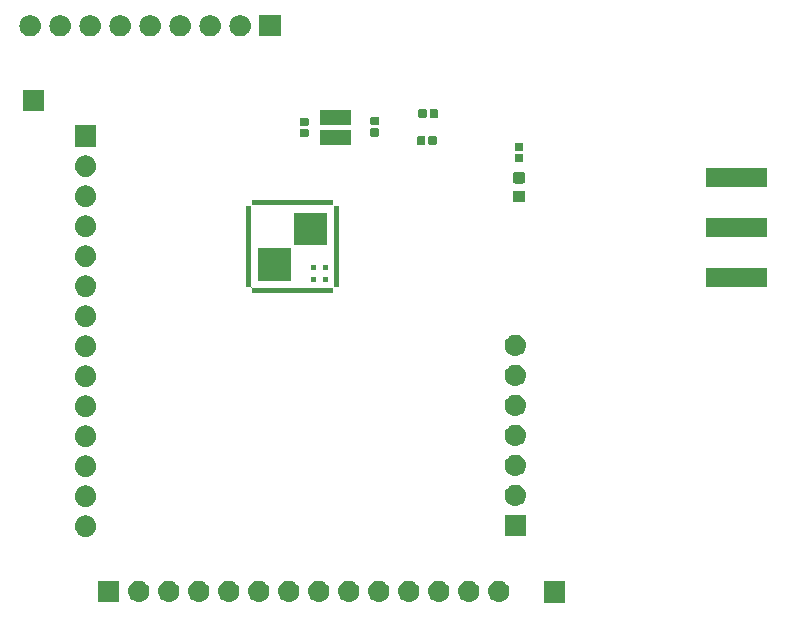
<source format=gbr>
G04 #@! TF.GenerationSoftware,KiCad,Pcbnew,(5.0.2)-1*
G04 #@! TF.CreationDate,2019-03-14T13:57:25-04:00*
G04 #@! TF.ProjectId,PCB10,50434231-302e-46b6-9963-61645f706362,rev?*
G04 #@! TF.SameCoordinates,Original*
G04 #@! TF.FileFunction,Soldermask,Top*
G04 #@! TF.FilePolarity,Negative*
%FSLAX46Y46*%
G04 Gerber Fmt 4.6, Leading zero omitted, Abs format (unit mm)*
G04 Created by KiCad (PCBNEW (5.0.2)-1) date 3/14/2019 1:57:25 PM*
%MOMM*%
%LPD*%
G01*
G04 APERTURE LIST*
%ADD10C,0.100000*%
G04 APERTURE END LIST*
D10*
G36*
X179653500Y-130060000D02*
X177851500Y-130060000D01*
X177851500Y-128258000D01*
X179653500Y-128258000D01*
X179653500Y-130060000D01*
X179653500Y-130060000D01*
G37*
G36*
X151303942Y-128201018D02*
X151370127Y-128207537D01*
X151483353Y-128241884D01*
X151539967Y-128259057D01*
X151678587Y-128333152D01*
X151696491Y-128342722D01*
X151732229Y-128372052D01*
X151833686Y-128455314D01*
X151916948Y-128556771D01*
X151946278Y-128592509D01*
X151946279Y-128592511D01*
X152029943Y-128749033D01*
X152029943Y-128749034D01*
X152081463Y-128918873D01*
X152098859Y-129095500D01*
X152081463Y-129272127D01*
X152047116Y-129385353D01*
X152029943Y-129441967D01*
X151955848Y-129580587D01*
X151946278Y-129598491D01*
X151916948Y-129634229D01*
X151833686Y-129735686D01*
X151732229Y-129818948D01*
X151696491Y-129848278D01*
X151696489Y-129848279D01*
X151539967Y-129931943D01*
X151483353Y-129949116D01*
X151370127Y-129983463D01*
X151303943Y-129989981D01*
X151237760Y-129996500D01*
X151149240Y-129996500D01*
X151083057Y-129989981D01*
X151016873Y-129983463D01*
X150903647Y-129949116D01*
X150847033Y-129931943D01*
X150690511Y-129848279D01*
X150690509Y-129848278D01*
X150654771Y-129818948D01*
X150553314Y-129735686D01*
X150470052Y-129634229D01*
X150440722Y-129598491D01*
X150431152Y-129580587D01*
X150357057Y-129441967D01*
X150339884Y-129385353D01*
X150305537Y-129272127D01*
X150288141Y-129095500D01*
X150305537Y-128918873D01*
X150357057Y-128749034D01*
X150357057Y-128749033D01*
X150440721Y-128592511D01*
X150440722Y-128592509D01*
X150470052Y-128556771D01*
X150553314Y-128455314D01*
X150654771Y-128372052D01*
X150690509Y-128342722D01*
X150708413Y-128333152D01*
X150847033Y-128259057D01*
X150903647Y-128241884D01*
X151016873Y-128207537D01*
X151083058Y-128201018D01*
X151149240Y-128194500D01*
X151237760Y-128194500D01*
X151303942Y-128201018D01*
X151303942Y-128201018D01*
G37*
G36*
X141934500Y-129996500D02*
X140132500Y-129996500D01*
X140132500Y-128194500D01*
X141934500Y-128194500D01*
X141934500Y-129996500D01*
X141934500Y-129996500D01*
G37*
G36*
X143683942Y-128201018D02*
X143750127Y-128207537D01*
X143863353Y-128241884D01*
X143919967Y-128259057D01*
X144058587Y-128333152D01*
X144076491Y-128342722D01*
X144112229Y-128372052D01*
X144213686Y-128455314D01*
X144296948Y-128556771D01*
X144326278Y-128592509D01*
X144326279Y-128592511D01*
X144409943Y-128749033D01*
X144409943Y-128749034D01*
X144461463Y-128918873D01*
X144478859Y-129095500D01*
X144461463Y-129272127D01*
X144427116Y-129385353D01*
X144409943Y-129441967D01*
X144335848Y-129580587D01*
X144326278Y-129598491D01*
X144296948Y-129634229D01*
X144213686Y-129735686D01*
X144112229Y-129818948D01*
X144076491Y-129848278D01*
X144076489Y-129848279D01*
X143919967Y-129931943D01*
X143863353Y-129949116D01*
X143750127Y-129983463D01*
X143683943Y-129989981D01*
X143617760Y-129996500D01*
X143529240Y-129996500D01*
X143463057Y-129989981D01*
X143396873Y-129983463D01*
X143283647Y-129949116D01*
X143227033Y-129931943D01*
X143070511Y-129848279D01*
X143070509Y-129848278D01*
X143034771Y-129818948D01*
X142933314Y-129735686D01*
X142850052Y-129634229D01*
X142820722Y-129598491D01*
X142811152Y-129580587D01*
X142737057Y-129441967D01*
X142719884Y-129385353D01*
X142685537Y-129272127D01*
X142668141Y-129095500D01*
X142685537Y-128918873D01*
X142737057Y-128749034D01*
X142737057Y-128749033D01*
X142820721Y-128592511D01*
X142820722Y-128592509D01*
X142850052Y-128556771D01*
X142933314Y-128455314D01*
X143034771Y-128372052D01*
X143070509Y-128342722D01*
X143088413Y-128333152D01*
X143227033Y-128259057D01*
X143283647Y-128241884D01*
X143396873Y-128207537D01*
X143463058Y-128201018D01*
X143529240Y-128194500D01*
X143617760Y-128194500D01*
X143683942Y-128201018D01*
X143683942Y-128201018D01*
G37*
G36*
X146223942Y-128201018D02*
X146290127Y-128207537D01*
X146403353Y-128241884D01*
X146459967Y-128259057D01*
X146598587Y-128333152D01*
X146616491Y-128342722D01*
X146652229Y-128372052D01*
X146753686Y-128455314D01*
X146836948Y-128556771D01*
X146866278Y-128592509D01*
X146866279Y-128592511D01*
X146949943Y-128749033D01*
X146949943Y-128749034D01*
X147001463Y-128918873D01*
X147018859Y-129095500D01*
X147001463Y-129272127D01*
X146967116Y-129385353D01*
X146949943Y-129441967D01*
X146875848Y-129580587D01*
X146866278Y-129598491D01*
X146836948Y-129634229D01*
X146753686Y-129735686D01*
X146652229Y-129818948D01*
X146616491Y-129848278D01*
X146616489Y-129848279D01*
X146459967Y-129931943D01*
X146403353Y-129949116D01*
X146290127Y-129983463D01*
X146223943Y-129989981D01*
X146157760Y-129996500D01*
X146069240Y-129996500D01*
X146003057Y-129989981D01*
X145936873Y-129983463D01*
X145823647Y-129949116D01*
X145767033Y-129931943D01*
X145610511Y-129848279D01*
X145610509Y-129848278D01*
X145574771Y-129818948D01*
X145473314Y-129735686D01*
X145390052Y-129634229D01*
X145360722Y-129598491D01*
X145351152Y-129580587D01*
X145277057Y-129441967D01*
X145259884Y-129385353D01*
X145225537Y-129272127D01*
X145208141Y-129095500D01*
X145225537Y-128918873D01*
X145277057Y-128749034D01*
X145277057Y-128749033D01*
X145360721Y-128592511D01*
X145360722Y-128592509D01*
X145390052Y-128556771D01*
X145473314Y-128455314D01*
X145574771Y-128372052D01*
X145610509Y-128342722D01*
X145628413Y-128333152D01*
X145767033Y-128259057D01*
X145823647Y-128241884D01*
X145936873Y-128207537D01*
X146003058Y-128201018D01*
X146069240Y-128194500D01*
X146157760Y-128194500D01*
X146223942Y-128201018D01*
X146223942Y-128201018D01*
G37*
G36*
X148763942Y-128201018D02*
X148830127Y-128207537D01*
X148943353Y-128241884D01*
X148999967Y-128259057D01*
X149138587Y-128333152D01*
X149156491Y-128342722D01*
X149192229Y-128372052D01*
X149293686Y-128455314D01*
X149376948Y-128556771D01*
X149406278Y-128592509D01*
X149406279Y-128592511D01*
X149489943Y-128749033D01*
X149489943Y-128749034D01*
X149541463Y-128918873D01*
X149558859Y-129095500D01*
X149541463Y-129272127D01*
X149507116Y-129385353D01*
X149489943Y-129441967D01*
X149415848Y-129580587D01*
X149406278Y-129598491D01*
X149376948Y-129634229D01*
X149293686Y-129735686D01*
X149192229Y-129818948D01*
X149156491Y-129848278D01*
X149156489Y-129848279D01*
X148999967Y-129931943D01*
X148943353Y-129949116D01*
X148830127Y-129983463D01*
X148763943Y-129989981D01*
X148697760Y-129996500D01*
X148609240Y-129996500D01*
X148543057Y-129989981D01*
X148476873Y-129983463D01*
X148363647Y-129949116D01*
X148307033Y-129931943D01*
X148150511Y-129848279D01*
X148150509Y-129848278D01*
X148114771Y-129818948D01*
X148013314Y-129735686D01*
X147930052Y-129634229D01*
X147900722Y-129598491D01*
X147891152Y-129580587D01*
X147817057Y-129441967D01*
X147799884Y-129385353D01*
X147765537Y-129272127D01*
X147748141Y-129095500D01*
X147765537Y-128918873D01*
X147817057Y-128749034D01*
X147817057Y-128749033D01*
X147900721Y-128592511D01*
X147900722Y-128592509D01*
X147930052Y-128556771D01*
X148013314Y-128455314D01*
X148114771Y-128372052D01*
X148150509Y-128342722D01*
X148168413Y-128333152D01*
X148307033Y-128259057D01*
X148363647Y-128241884D01*
X148476873Y-128207537D01*
X148543058Y-128201018D01*
X148609240Y-128194500D01*
X148697760Y-128194500D01*
X148763942Y-128201018D01*
X148763942Y-128201018D01*
G37*
G36*
X153843942Y-128201018D02*
X153910127Y-128207537D01*
X154023353Y-128241884D01*
X154079967Y-128259057D01*
X154218587Y-128333152D01*
X154236491Y-128342722D01*
X154272229Y-128372052D01*
X154373686Y-128455314D01*
X154456948Y-128556771D01*
X154486278Y-128592509D01*
X154486279Y-128592511D01*
X154569943Y-128749033D01*
X154569943Y-128749034D01*
X154621463Y-128918873D01*
X154638859Y-129095500D01*
X154621463Y-129272127D01*
X154587116Y-129385353D01*
X154569943Y-129441967D01*
X154495848Y-129580587D01*
X154486278Y-129598491D01*
X154456948Y-129634229D01*
X154373686Y-129735686D01*
X154272229Y-129818948D01*
X154236491Y-129848278D01*
X154236489Y-129848279D01*
X154079967Y-129931943D01*
X154023353Y-129949116D01*
X153910127Y-129983463D01*
X153843943Y-129989981D01*
X153777760Y-129996500D01*
X153689240Y-129996500D01*
X153623057Y-129989981D01*
X153556873Y-129983463D01*
X153443647Y-129949116D01*
X153387033Y-129931943D01*
X153230511Y-129848279D01*
X153230509Y-129848278D01*
X153194771Y-129818948D01*
X153093314Y-129735686D01*
X153010052Y-129634229D01*
X152980722Y-129598491D01*
X152971152Y-129580587D01*
X152897057Y-129441967D01*
X152879884Y-129385353D01*
X152845537Y-129272127D01*
X152828141Y-129095500D01*
X152845537Y-128918873D01*
X152897057Y-128749034D01*
X152897057Y-128749033D01*
X152980721Y-128592511D01*
X152980722Y-128592509D01*
X153010052Y-128556771D01*
X153093314Y-128455314D01*
X153194771Y-128372052D01*
X153230509Y-128342722D01*
X153248413Y-128333152D01*
X153387033Y-128259057D01*
X153443647Y-128241884D01*
X153556873Y-128207537D01*
X153623058Y-128201018D01*
X153689240Y-128194500D01*
X153777760Y-128194500D01*
X153843942Y-128201018D01*
X153843942Y-128201018D01*
G37*
G36*
X156383942Y-128201018D02*
X156450127Y-128207537D01*
X156563353Y-128241884D01*
X156619967Y-128259057D01*
X156758587Y-128333152D01*
X156776491Y-128342722D01*
X156812229Y-128372052D01*
X156913686Y-128455314D01*
X156996948Y-128556771D01*
X157026278Y-128592509D01*
X157026279Y-128592511D01*
X157109943Y-128749033D01*
X157109943Y-128749034D01*
X157161463Y-128918873D01*
X157178859Y-129095500D01*
X157161463Y-129272127D01*
X157127116Y-129385353D01*
X157109943Y-129441967D01*
X157035848Y-129580587D01*
X157026278Y-129598491D01*
X156996948Y-129634229D01*
X156913686Y-129735686D01*
X156812229Y-129818948D01*
X156776491Y-129848278D01*
X156776489Y-129848279D01*
X156619967Y-129931943D01*
X156563353Y-129949116D01*
X156450127Y-129983463D01*
X156383943Y-129989981D01*
X156317760Y-129996500D01*
X156229240Y-129996500D01*
X156163057Y-129989981D01*
X156096873Y-129983463D01*
X155983647Y-129949116D01*
X155927033Y-129931943D01*
X155770511Y-129848279D01*
X155770509Y-129848278D01*
X155734771Y-129818948D01*
X155633314Y-129735686D01*
X155550052Y-129634229D01*
X155520722Y-129598491D01*
X155511152Y-129580587D01*
X155437057Y-129441967D01*
X155419884Y-129385353D01*
X155385537Y-129272127D01*
X155368141Y-129095500D01*
X155385537Y-128918873D01*
X155437057Y-128749034D01*
X155437057Y-128749033D01*
X155520721Y-128592511D01*
X155520722Y-128592509D01*
X155550052Y-128556771D01*
X155633314Y-128455314D01*
X155734771Y-128372052D01*
X155770509Y-128342722D01*
X155788413Y-128333152D01*
X155927033Y-128259057D01*
X155983647Y-128241884D01*
X156096873Y-128207537D01*
X156163058Y-128201018D01*
X156229240Y-128194500D01*
X156317760Y-128194500D01*
X156383942Y-128201018D01*
X156383942Y-128201018D01*
G37*
G36*
X158923942Y-128201018D02*
X158990127Y-128207537D01*
X159103353Y-128241884D01*
X159159967Y-128259057D01*
X159298587Y-128333152D01*
X159316491Y-128342722D01*
X159352229Y-128372052D01*
X159453686Y-128455314D01*
X159536948Y-128556771D01*
X159566278Y-128592509D01*
X159566279Y-128592511D01*
X159649943Y-128749033D01*
X159649943Y-128749034D01*
X159701463Y-128918873D01*
X159718859Y-129095500D01*
X159701463Y-129272127D01*
X159667116Y-129385353D01*
X159649943Y-129441967D01*
X159575848Y-129580587D01*
X159566278Y-129598491D01*
X159536948Y-129634229D01*
X159453686Y-129735686D01*
X159352229Y-129818948D01*
X159316491Y-129848278D01*
X159316489Y-129848279D01*
X159159967Y-129931943D01*
X159103353Y-129949116D01*
X158990127Y-129983463D01*
X158923943Y-129989981D01*
X158857760Y-129996500D01*
X158769240Y-129996500D01*
X158703057Y-129989981D01*
X158636873Y-129983463D01*
X158523647Y-129949116D01*
X158467033Y-129931943D01*
X158310511Y-129848279D01*
X158310509Y-129848278D01*
X158274771Y-129818948D01*
X158173314Y-129735686D01*
X158090052Y-129634229D01*
X158060722Y-129598491D01*
X158051152Y-129580587D01*
X157977057Y-129441967D01*
X157959884Y-129385353D01*
X157925537Y-129272127D01*
X157908141Y-129095500D01*
X157925537Y-128918873D01*
X157977057Y-128749034D01*
X157977057Y-128749033D01*
X158060721Y-128592511D01*
X158060722Y-128592509D01*
X158090052Y-128556771D01*
X158173314Y-128455314D01*
X158274771Y-128372052D01*
X158310509Y-128342722D01*
X158328413Y-128333152D01*
X158467033Y-128259057D01*
X158523647Y-128241884D01*
X158636873Y-128207537D01*
X158703058Y-128201018D01*
X158769240Y-128194500D01*
X158857760Y-128194500D01*
X158923942Y-128201018D01*
X158923942Y-128201018D01*
G37*
G36*
X161463942Y-128201018D02*
X161530127Y-128207537D01*
X161643353Y-128241884D01*
X161699967Y-128259057D01*
X161838587Y-128333152D01*
X161856491Y-128342722D01*
X161892229Y-128372052D01*
X161993686Y-128455314D01*
X162076948Y-128556771D01*
X162106278Y-128592509D01*
X162106279Y-128592511D01*
X162189943Y-128749033D01*
X162189943Y-128749034D01*
X162241463Y-128918873D01*
X162258859Y-129095500D01*
X162241463Y-129272127D01*
X162207116Y-129385353D01*
X162189943Y-129441967D01*
X162115848Y-129580587D01*
X162106278Y-129598491D01*
X162076948Y-129634229D01*
X161993686Y-129735686D01*
X161892229Y-129818948D01*
X161856491Y-129848278D01*
X161856489Y-129848279D01*
X161699967Y-129931943D01*
X161643353Y-129949116D01*
X161530127Y-129983463D01*
X161463943Y-129989981D01*
X161397760Y-129996500D01*
X161309240Y-129996500D01*
X161243057Y-129989981D01*
X161176873Y-129983463D01*
X161063647Y-129949116D01*
X161007033Y-129931943D01*
X160850511Y-129848279D01*
X160850509Y-129848278D01*
X160814771Y-129818948D01*
X160713314Y-129735686D01*
X160630052Y-129634229D01*
X160600722Y-129598491D01*
X160591152Y-129580587D01*
X160517057Y-129441967D01*
X160499884Y-129385353D01*
X160465537Y-129272127D01*
X160448141Y-129095500D01*
X160465537Y-128918873D01*
X160517057Y-128749034D01*
X160517057Y-128749033D01*
X160600721Y-128592511D01*
X160600722Y-128592509D01*
X160630052Y-128556771D01*
X160713314Y-128455314D01*
X160814771Y-128372052D01*
X160850509Y-128342722D01*
X160868413Y-128333152D01*
X161007033Y-128259057D01*
X161063647Y-128241884D01*
X161176873Y-128207537D01*
X161243058Y-128201018D01*
X161309240Y-128194500D01*
X161397760Y-128194500D01*
X161463942Y-128201018D01*
X161463942Y-128201018D01*
G37*
G36*
X164003942Y-128201018D02*
X164070127Y-128207537D01*
X164183353Y-128241884D01*
X164239967Y-128259057D01*
X164378587Y-128333152D01*
X164396491Y-128342722D01*
X164432229Y-128372052D01*
X164533686Y-128455314D01*
X164616948Y-128556771D01*
X164646278Y-128592509D01*
X164646279Y-128592511D01*
X164729943Y-128749033D01*
X164729943Y-128749034D01*
X164781463Y-128918873D01*
X164798859Y-129095500D01*
X164781463Y-129272127D01*
X164747116Y-129385353D01*
X164729943Y-129441967D01*
X164655848Y-129580587D01*
X164646278Y-129598491D01*
X164616948Y-129634229D01*
X164533686Y-129735686D01*
X164432229Y-129818948D01*
X164396491Y-129848278D01*
X164396489Y-129848279D01*
X164239967Y-129931943D01*
X164183353Y-129949116D01*
X164070127Y-129983463D01*
X164003943Y-129989981D01*
X163937760Y-129996500D01*
X163849240Y-129996500D01*
X163783057Y-129989981D01*
X163716873Y-129983463D01*
X163603647Y-129949116D01*
X163547033Y-129931943D01*
X163390511Y-129848279D01*
X163390509Y-129848278D01*
X163354771Y-129818948D01*
X163253314Y-129735686D01*
X163170052Y-129634229D01*
X163140722Y-129598491D01*
X163131152Y-129580587D01*
X163057057Y-129441967D01*
X163039884Y-129385353D01*
X163005537Y-129272127D01*
X162988141Y-129095500D01*
X163005537Y-128918873D01*
X163057057Y-128749034D01*
X163057057Y-128749033D01*
X163140721Y-128592511D01*
X163140722Y-128592509D01*
X163170052Y-128556771D01*
X163253314Y-128455314D01*
X163354771Y-128372052D01*
X163390509Y-128342722D01*
X163408413Y-128333152D01*
X163547033Y-128259057D01*
X163603647Y-128241884D01*
X163716873Y-128207537D01*
X163783058Y-128201018D01*
X163849240Y-128194500D01*
X163937760Y-128194500D01*
X164003942Y-128201018D01*
X164003942Y-128201018D01*
G37*
G36*
X166543942Y-128201018D02*
X166610127Y-128207537D01*
X166723353Y-128241884D01*
X166779967Y-128259057D01*
X166918587Y-128333152D01*
X166936491Y-128342722D01*
X166972229Y-128372052D01*
X167073686Y-128455314D01*
X167156948Y-128556771D01*
X167186278Y-128592509D01*
X167186279Y-128592511D01*
X167269943Y-128749033D01*
X167269943Y-128749034D01*
X167321463Y-128918873D01*
X167338859Y-129095500D01*
X167321463Y-129272127D01*
X167287116Y-129385353D01*
X167269943Y-129441967D01*
X167195848Y-129580587D01*
X167186278Y-129598491D01*
X167156948Y-129634229D01*
X167073686Y-129735686D01*
X166972229Y-129818948D01*
X166936491Y-129848278D01*
X166936489Y-129848279D01*
X166779967Y-129931943D01*
X166723353Y-129949116D01*
X166610127Y-129983463D01*
X166543943Y-129989981D01*
X166477760Y-129996500D01*
X166389240Y-129996500D01*
X166323057Y-129989981D01*
X166256873Y-129983463D01*
X166143647Y-129949116D01*
X166087033Y-129931943D01*
X165930511Y-129848279D01*
X165930509Y-129848278D01*
X165894771Y-129818948D01*
X165793314Y-129735686D01*
X165710052Y-129634229D01*
X165680722Y-129598491D01*
X165671152Y-129580587D01*
X165597057Y-129441967D01*
X165579884Y-129385353D01*
X165545537Y-129272127D01*
X165528141Y-129095500D01*
X165545537Y-128918873D01*
X165597057Y-128749034D01*
X165597057Y-128749033D01*
X165680721Y-128592511D01*
X165680722Y-128592509D01*
X165710052Y-128556771D01*
X165793314Y-128455314D01*
X165894771Y-128372052D01*
X165930509Y-128342722D01*
X165948413Y-128333152D01*
X166087033Y-128259057D01*
X166143647Y-128241884D01*
X166256873Y-128207537D01*
X166323058Y-128201018D01*
X166389240Y-128194500D01*
X166477760Y-128194500D01*
X166543942Y-128201018D01*
X166543942Y-128201018D01*
G37*
G36*
X169083942Y-128201018D02*
X169150127Y-128207537D01*
X169263353Y-128241884D01*
X169319967Y-128259057D01*
X169458587Y-128333152D01*
X169476491Y-128342722D01*
X169512229Y-128372052D01*
X169613686Y-128455314D01*
X169696948Y-128556771D01*
X169726278Y-128592509D01*
X169726279Y-128592511D01*
X169809943Y-128749033D01*
X169809943Y-128749034D01*
X169861463Y-128918873D01*
X169878859Y-129095500D01*
X169861463Y-129272127D01*
X169827116Y-129385353D01*
X169809943Y-129441967D01*
X169735848Y-129580587D01*
X169726278Y-129598491D01*
X169696948Y-129634229D01*
X169613686Y-129735686D01*
X169512229Y-129818948D01*
X169476491Y-129848278D01*
X169476489Y-129848279D01*
X169319967Y-129931943D01*
X169263353Y-129949116D01*
X169150127Y-129983463D01*
X169083943Y-129989981D01*
X169017760Y-129996500D01*
X168929240Y-129996500D01*
X168863057Y-129989981D01*
X168796873Y-129983463D01*
X168683647Y-129949116D01*
X168627033Y-129931943D01*
X168470511Y-129848279D01*
X168470509Y-129848278D01*
X168434771Y-129818948D01*
X168333314Y-129735686D01*
X168250052Y-129634229D01*
X168220722Y-129598491D01*
X168211152Y-129580587D01*
X168137057Y-129441967D01*
X168119884Y-129385353D01*
X168085537Y-129272127D01*
X168068141Y-129095500D01*
X168085537Y-128918873D01*
X168137057Y-128749034D01*
X168137057Y-128749033D01*
X168220721Y-128592511D01*
X168220722Y-128592509D01*
X168250052Y-128556771D01*
X168333314Y-128455314D01*
X168434771Y-128372052D01*
X168470509Y-128342722D01*
X168488413Y-128333152D01*
X168627033Y-128259057D01*
X168683647Y-128241884D01*
X168796873Y-128207537D01*
X168863058Y-128201018D01*
X168929240Y-128194500D01*
X169017760Y-128194500D01*
X169083942Y-128201018D01*
X169083942Y-128201018D01*
G37*
G36*
X171623942Y-128201018D02*
X171690127Y-128207537D01*
X171803353Y-128241884D01*
X171859967Y-128259057D01*
X171998587Y-128333152D01*
X172016491Y-128342722D01*
X172052229Y-128372052D01*
X172153686Y-128455314D01*
X172236948Y-128556771D01*
X172266278Y-128592509D01*
X172266279Y-128592511D01*
X172349943Y-128749033D01*
X172349943Y-128749034D01*
X172401463Y-128918873D01*
X172418859Y-129095500D01*
X172401463Y-129272127D01*
X172367116Y-129385353D01*
X172349943Y-129441967D01*
X172275848Y-129580587D01*
X172266278Y-129598491D01*
X172236948Y-129634229D01*
X172153686Y-129735686D01*
X172052229Y-129818948D01*
X172016491Y-129848278D01*
X172016489Y-129848279D01*
X171859967Y-129931943D01*
X171803353Y-129949116D01*
X171690127Y-129983463D01*
X171623943Y-129989981D01*
X171557760Y-129996500D01*
X171469240Y-129996500D01*
X171403057Y-129989981D01*
X171336873Y-129983463D01*
X171223647Y-129949116D01*
X171167033Y-129931943D01*
X171010511Y-129848279D01*
X171010509Y-129848278D01*
X170974771Y-129818948D01*
X170873314Y-129735686D01*
X170790052Y-129634229D01*
X170760722Y-129598491D01*
X170751152Y-129580587D01*
X170677057Y-129441967D01*
X170659884Y-129385353D01*
X170625537Y-129272127D01*
X170608141Y-129095500D01*
X170625537Y-128918873D01*
X170677057Y-128749034D01*
X170677057Y-128749033D01*
X170760721Y-128592511D01*
X170760722Y-128592509D01*
X170790052Y-128556771D01*
X170873314Y-128455314D01*
X170974771Y-128372052D01*
X171010509Y-128342722D01*
X171028413Y-128333152D01*
X171167033Y-128259057D01*
X171223647Y-128241884D01*
X171336873Y-128207537D01*
X171403058Y-128201018D01*
X171469240Y-128194500D01*
X171557760Y-128194500D01*
X171623942Y-128201018D01*
X171623942Y-128201018D01*
G37*
G36*
X174163942Y-128201018D02*
X174230127Y-128207537D01*
X174343353Y-128241884D01*
X174399967Y-128259057D01*
X174538587Y-128333152D01*
X174556491Y-128342722D01*
X174592229Y-128372052D01*
X174693686Y-128455314D01*
X174776948Y-128556771D01*
X174806278Y-128592509D01*
X174806279Y-128592511D01*
X174889943Y-128749033D01*
X174889943Y-128749034D01*
X174941463Y-128918873D01*
X174958859Y-129095500D01*
X174941463Y-129272127D01*
X174907116Y-129385353D01*
X174889943Y-129441967D01*
X174815848Y-129580587D01*
X174806278Y-129598491D01*
X174776948Y-129634229D01*
X174693686Y-129735686D01*
X174592229Y-129818948D01*
X174556491Y-129848278D01*
X174556489Y-129848279D01*
X174399967Y-129931943D01*
X174343353Y-129949116D01*
X174230127Y-129983463D01*
X174163943Y-129989981D01*
X174097760Y-129996500D01*
X174009240Y-129996500D01*
X173943057Y-129989981D01*
X173876873Y-129983463D01*
X173763647Y-129949116D01*
X173707033Y-129931943D01*
X173550511Y-129848279D01*
X173550509Y-129848278D01*
X173514771Y-129818948D01*
X173413314Y-129735686D01*
X173330052Y-129634229D01*
X173300722Y-129598491D01*
X173291152Y-129580587D01*
X173217057Y-129441967D01*
X173199884Y-129385353D01*
X173165537Y-129272127D01*
X173148141Y-129095500D01*
X173165537Y-128918873D01*
X173217057Y-128749034D01*
X173217057Y-128749033D01*
X173300721Y-128592511D01*
X173300722Y-128592509D01*
X173330052Y-128556771D01*
X173413314Y-128455314D01*
X173514771Y-128372052D01*
X173550509Y-128342722D01*
X173568413Y-128333152D01*
X173707033Y-128259057D01*
X173763647Y-128241884D01*
X173876873Y-128207537D01*
X173943058Y-128201018D01*
X174009240Y-128194500D01*
X174097760Y-128194500D01*
X174163942Y-128201018D01*
X174163942Y-128201018D01*
G37*
G36*
X139175443Y-122676519D02*
X139241627Y-122683037D01*
X139354853Y-122717384D01*
X139411467Y-122734557D01*
X139550087Y-122808652D01*
X139567991Y-122818222D01*
X139603729Y-122847552D01*
X139705186Y-122930814D01*
X139788448Y-123032271D01*
X139817778Y-123068009D01*
X139817779Y-123068011D01*
X139901443Y-123224533D01*
X139901443Y-123224534D01*
X139952963Y-123394373D01*
X139970359Y-123571000D01*
X139952963Y-123747627D01*
X139918616Y-123860853D01*
X139901443Y-123917467D01*
X139827348Y-124056087D01*
X139817778Y-124073991D01*
X139788448Y-124109729D01*
X139705186Y-124211186D01*
X139603729Y-124294448D01*
X139567991Y-124323778D01*
X139567989Y-124323779D01*
X139411467Y-124407443D01*
X139407982Y-124408500D01*
X139241627Y-124458963D01*
X139175442Y-124465482D01*
X139109260Y-124472000D01*
X139020740Y-124472000D01*
X138954558Y-124465482D01*
X138888373Y-124458963D01*
X138722018Y-124408500D01*
X138718533Y-124407443D01*
X138562011Y-124323779D01*
X138562009Y-124323778D01*
X138526271Y-124294448D01*
X138424814Y-124211186D01*
X138341552Y-124109729D01*
X138312222Y-124073991D01*
X138302652Y-124056087D01*
X138228557Y-123917467D01*
X138211384Y-123860853D01*
X138177037Y-123747627D01*
X138159641Y-123571000D01*
X138177037Y-123394373D01*
X138228557Y-123224534D01*
X138228557Y-123224533D01*
X138312221Y-123068011D01*
X138312222Y-123068009D01*
X138341552Y-123032271D01*
X138424814Y-122930814D01*
X138526271Y-122847552D01*
X138562009Y-122818222D01*
X138579913Y-122808652D01*
X138718533Y-122734557D01*
X138775147Y-122717384D01*
X138888373Y-122683037D01*
X138954557Y-122676519D01*
X139020740Y-122670000D01*
X139109260Y-122670000D01*
X139175443Y-122676519D01*
X139175443Y-122676519D01*
G37*
G36*
X176351500Y-124408500D02*
X174549500Y-124408500D01*
X174549500Y-122606500D01*
X176351500Y-122606500D01*
X176351500Y-124408500D01*
X176351500Y-124408500D01*
G37*
G36*
X139175442Y-120136518D02*
X139241627Y-120143037D01*
X139354853Y-120177384D01*
X139411467Y-120194557D01*
X139449192Y-120214722D01*
X139567991Y-120278222D01*
X139603729Y-120307552D01*
X139705186Y-120390814D01*
X139788448Y-120492271D01*
X139817778Y-120528009D01*
X139817779Y-120528011D01*
X139901443Y-120684533D01*
X139901443Y-120684534D01*
X139952963Y-120854373D01*
X139970359Y-121031000D01*
X139952963Y-121207627D01*
X139920705Y-121313966D01*
X139901443Y-121377467D01*
X139851721Y-121470489D01*
X139817778Y-121533991D01*
X139788448Y-121569729D01*
X139705186Y-121671186D01*
X139603729Y-121754448D01*
X139567991Y-121783778D01*
X139567989Y-121783779D01*
X139411467Y-121867443D01*
X139407982Y-121868500D01*
X139241627Y-121918963D01*
X139175442Y-121925482D01*
X139109260Y-121932000D01*
X139020740Y-121932000D01*
X138954558Y-121925482D01*
X138888373Y-121918963D01*
X138722018Y-121868500D01*
X138718533Y-121867443D01*
X138562011Y-121783779D01*
X138562009Y-121783778D01*
X138526271Y-121754448D01*
X138424814Y-121671186D01*
X138341552Y-121569729D01*
X138312222Y-121533991D01*
X138278279Y-121470489D01*
X138228557Y-121377467D01*
X138209295Y-121313966D01*
X138177037Y-121207627D01*
X138159641Y-121031000D01*
X138177037Y-120854373D01*
X138228557Y-120684534D01*
X138228557Y-120684533D01*
X138312221Y-120528011D01*
X138312222Y-120528009D01*
X138341552Y-120492271D01*
X138424814Y-120390814D01*
X138526271Y-120307552D01*
X138562009Y-120278222D01*
X138680808Y-120214722D01*
X138718533Y-120194557D01*
X138775147Y-120177384D01*
X138888373Y-120143037D01*
X138954558Y-120136518D01*
X139020740Y-120130000D01*
X139109260Y-120130000D01*
X139175442Y-120136518D01*
X139175442Y-120136518D01*
G37*
G36*
X175560943Y-120073019D02*
X175627127Y-120079537D01*
X175740353Y-120113884D01*
X175796967Y-120131057D01*
X175915765Y-120194557D01*
X175953491Y-120214722D01*
X175989229Y-120244052D01*
X176090686Y-120327314D01*
X176173948Y-120428771D01*
X176203278Y-120464509D01*
X176203279Y-120464511D01*
X176286943Y-120621033D01*
X176286943Y-120621034D01*
X176338463Y-120790873D01*
X176355859Y-120967500D01*
X176338463Y-121144127D01*
X176304116Y-121257353D01*
X176286943Y-121313967D01*
X176253001Y-121377467D01*
X176203278Y-121470491D01*
X176173948Y-121506229D01*
X176090686Y-121607686D01*
X175989229Y-121690948D01*
X175953491Y-121720278D01*
X175953489Y-121720279D01*
X175796967Y-121803943D01*
X175740353Y-121821116D01*
X175627127Y-121855463D01*
X175560943Y-121861981D01*
X175494760Y-121868500D01*
X175406240Y-121868500D01*
X175340057Y-121861981D01*
X175273873Y-121855463D01*
X175160647Y-121821116D01*
X175104033Y-121803943D01*
X174947511Y-121720279D01*
X174947509Y-121720278D01*
X174911771Y-121690948D01*
X174810314Y-121607686D01*
X174727052Y-121506229D01*
X174697722Y-121470491D01*
X174647999Y-121377467D01*
X174614057Y-121313967D01*
X174596884Y-121257353D01*
X174562537Y-121144127D01*
X174545141Y-120967500D01*
X174562537Y-120790873D01*
X174614057Y-120621034D01*
X174614057Y-120621033D01*
X174697721Y-120464511D01*
X174697722Y-120464509D01*
X174727052Y-120428771D01*
X174810314Y-120327314D01*
X174911771Y-120244052D01*
X174947509Y-120214722D01*
X174985235Y-120194557D01*
X175104033Y-120131057D01*
X175160647Y-120113884D01*
X175273873Y-120079537D01*
X175340057Y-120073019D01*
X175406240Y-120066500D01*
X175494760Y-120066500D01*
X175560943Y-120073019D01*
X175560943Y-120073019D01*
G37*
G36*
X139175442Y-117596518D02*
X139241627Y-117603037D01*
X139354853Y-117637384D01*
X139411467Y-117654557D01*
X139449192Y-117674722D01*
X139567991Y-117738222D01*
X139603729Y-117767552D01*
X139705186Y-117850814D01*
X139788448Y-117952271D01*
X139817778Y-117988009D01*
X139817779Y-117988011D01*
X139901443Y-118144533D01*
X139901443Y-118144534D01*
X139952963Y-118314373D01*
X139970359Y-118491000D01*
X139952963Y-118667627D01*
X139920705Y-118773966D01*
X139901443Y-118837467D01*
X139851721Y-118930489D01*
X139817778Y-118993991D01*
X139788448Y-119029729D01*
X139705186Y-119131186D01*
X139603729Y-119214448D01*
X139567991Y-119243778D01*
X139567989Y-119243779D01*
X139411467Y-119327443D01*
X139407982Y-119328500D01*
X139241627Y-119378963D01*
X139175443Y-119385481D01*
X139109260Y-119392000D01*
X139020740Y-119392000D01*
X138954557Y-119385481D01*
X138888373Y-119378963D01*
X138722018Y-119328500D01*
X138718533Y-119327443D01*
X138562011Y-119243779D01*
X138562009Y-119243778D01*
X138526271Y-119214448D01*
X138424814Y-119131186D01*
X138341552Y-119029729D01*
X138312222Y-118993991D01*
X138278279Y-118930489D01*
X138228557Y-118837467D01*
X138209295Y-118773966D01*
X138177037Y-118667627D01*
X138159641Y-118491000D01*
X138177037Y-118314373D01*
X138228557Y-118144534D01*
X138228557Y-118144533D01*
X138312221Y-117988011D01*
X138312222Y-117988009D01*
X138341552Y-117952271D01*
X138424814Y-117850814D01*
X138526271Y-117767552D01*
X138562009Y-117738222D01*
X138680808Y-117674722D01*
X138718533Y-117654557D01*
X138775147Y-117637384D01*
X138888373Y-117603037D01*
X138954558Y-117596518D01*
X139020740Y-117590000D01*
X139109260Y-117590000D01*
X139175442Y-117596518D01*
X139175442Y-117596518D01*
G37*
G36*
X175560943Y-117533019D02*
X175627127Y-117539537D01*
X175740353Y-117573884D01*
X175796967Y-117591057D01*
X175915765Y-117654557D01*
X175953491Y-117674722D01*
X175989229Y-117704052D01*
X176090686Y-117787314D01*
X176173948Y-117888771D01*
X176203278Y-117924509D01*
X176203279Y-117924511D01*
X176286943Y-118081033D01*
X176286943Y-118081034D01*
X176338463Y-118250873D01*
X176355859Y-118427500D01*
X176338463Y-118604127D01*
X176304116Y-118717353D01*
X176286943Y-118773967D01*
X176253001Y-118837467D01*
X176203278Y-118930491D01*
X176173948Y-118966229D01*
X176090686Y-119067686D01*
X175989229Y-119150948D01*
X175953491Y-119180278D01*
X175953489Y-119180279D01*
X175796967Y-119263943D01*
X175740353Y-119281116D01*
X175627127Y-119315463D01*
X175560942Y-119321982D01*
X175494760Y-119328500D01*
X175406240Y-119328500D01*
X175340058Y-119321982D01*
X175273873Y-119315463D01*
X175160647Y-119281116D01*
X175104033Y-119263943D01*
X174947511Y-119180279D01*
X174947509Y-119180278D01*
X174911771Y-119150948D01*
X174810314Y-119067686D01*
X174727052Y-118966229D01*
X174697722Y-118930491D01*
X174647999Y-118837467D01*
X174614057Y-118773967D01*
X174596884Y-118717353D01*
X174562537Y-118604127D01*
X174545141Y-118427500D01*
X174562537Y-118250873D01*
X174614057Y-118081034D01*
X174614057Y-118081033D01*
X174697721Y-117924511D01*
X174697722Y-117924509D01*
X174727052Y-117888771D01*
X174810314Y-117787314D01*
X174911771Y-117704052D01*
X174947509Y-117674722D01*
X174985235Y-117654557D01*
X175104033Y-117591057D01*
X175160647Y-117573884D01*
X175273873Y-117539537D01*
X175340057Y-117533019D01*
X175406240Y-117526500D01*
X175494760Y-117526500D01*
X175560943Y-117533019D01*
X175560943Y-117533019D01*
G37*
G36*
X139175442Y-115056518D02*
X139241627Y-115063037D01*
X139354853Y-115097384D01*
X139411467Y-115114557D01*
X139449192Y-115134722D01*
X139567991Y-115198222D01*
X139603729Y-115227552D01*
X139705186Y-115310814D01*
X139788448Y-115412271D01*
X139817778Y-115448009D01*
X139817779Y-115448011D01*
X139901443Y-115604533D01*
X139901443Y-115604534D01*
X139952963Y-115774373D01*
X139970359Y-115951000D01*
X139952963Y-116127627D01*
X139920705Y-116233966D01*
X139901443Y-116297467D01*
X139851721Y-116390489D01*
X139817778Y-116453991D01*
X139788448Y-116489729D01*
X139705186Y-116591186D01*
X139603729Y-116674448D01*
X139567991Y-116703778D01*
X139567989Y-116703779D01*
X139411467Y-116787443D01*
X139407982Y-116788500D01*
X139241627Y-116838963D01*
X139175442Y-116845482D01*
X139109260Y-116852000D01*
X139020740Y-116852000D01*
X138954558Y-116845482D01*
X138888373Y-116838963D01*
X138722018Y-116788500D01*
X138718533Y-116787443D01*
X138562011Y-116703779D01*
X138562009Y-116703778D01*
X138526271Y-116674448D01*
X138424814Y-116591186D01*
X138341552Y-116489729D01*
X138312222Y-116453991D01*
X138278279Y-116390489D01*
X138228557Y-116297467D01*
X138209295Y-116233966D01*
X138177037Y-116127627D01*
X138159641Y-115951000D01*
X138177037Y-115774373D01*
X138228557Y-115604534D01*
X138228557Y-115604533D01*
X138312221Y-115448011D01*
X138312222Y-115448009D01*
X138341552Y-115412271D01*
X138424814Y-115310814D01*
X138526271Y-115227552D01*
X138562009Y-115198222D01*
X138680808Y-115134722D01*
X138718533Y-115114557D01*
X138775147Y-115097384D01*
X138888373Y-115063037D01*
X138954558Y-115056518D01*
X139020740Y-115050000D01*
X139109260Y-115050000D01*
X139175442Y-115056518D01*
X139175442Y-115056518D01*
G37*
G36*
X175560942Y-114993018D02*
X175627127Y-114999537D01*
X175740353Y-115033884D01*
X175796967Y-115051057D01*
X175915765Y-115114557D01*
X175953491Y-115134722D01*
X175989229Y-115164052D01*
X176090686Y-115247314D01*
X176173948Y-115348771D01*
X176203278Y-115384509D01*
X176203279Y-115384511D01*
X176286943Y-115541033D01*
X176286943Y-115541034D01*
X176338463Y-115710873D01*
X176355859Y-115887500D01*
X176338463Y-116064127D01*
X176304116Y-116177353D01*
X176286943Y-116233967D01*
X176253001Y-116297467D01*
X176203278Y-116390491D01*
X176173948Y-116426229D01*
X176090686Y-116527686D01*
X175989229Y-116610948D01*
X175953491Y-116640278D01*
X175953489Y-116640279D01*
X175796967Y-116723943D01*
X175740353Y-116741116D01*
X175627127Y-116775463D01*
X175560943Y-116781981D01*
X175494760Y-116788500D01*
X175406240Y-116788500D01*
X175340057Y-116781981D01*
X175273873Y-116775463D01*
X175160647Y-116741116D01*
X175104033Y-116723943D01*
X174947511Y-116640279D01*
X174947509Y-116640278D01*
X174911771Y-116610948D01*
X174810314Y-116527686D01*
X174727052Y-116426229D01*
X174697722Y-116390491D01*
X174647999Y-116297467D01*
X174614057Y-116233967D01*
X174596884Y-116177353D01*
X174562537Y-116064127D01*
X174545141Y-115887500D01*
X174562537Y-115710873D01*
X174614057Y-115541034D01*
X174614057Y-115541033D01*
X174697721Y-115384511D01*
X174697722Y-115384509D01*
X174727052Y-115348771D01*
X174810314Y-115247314D01*
X174911771Y-115164052D01*
X174947509Y-115134722D01*
X174985235Y-115114557D01*
X175104033Y-115051057D01*
X175160647Y-115033884D01*
X175273873Y-114999537D01*
X175340058Y-114993018D01*
X175406240Y-114986500D01*
X175494760Y-114986500D01*
X175560942Y-114993018D01*
X175560942Y-114993018D01*
G37*
G36*
X139175443Y-112516519D02*
X139241627Y-112523037D01*
X139354853Y-112557384D01*
X139411467Y-112574557D01*
X139449192Y-112594722D01*
X139567991Y-112658222D01*
X139603729Y-112687552D01*
X139705186Y-112770814D01*
X139788448Y-112872271D01*
X139817778Y-112908009D01*
X139817779Y-112908011D01*
X139901443Y-113064533D01*
X139901443Y-113064534D01*
X139952963Y-113234373D01*
X139970359Y-113411000D01*
X139952963Y-113587627D01*
X139920705Y-113693966D01*
X139901443Y-113757467D01*
X139851721Y-113850489D01*
X139817778Y-113913991D01*
X139788448Y-113949729D01*
X139705186Y-114051186D01*
X139603729Y-114134448D01*
X139567991Y-114163778D01*
X139567989Y-114163779D01*
X139411467Y-114247443D01*
X139407982Y-114248500D01*
X139241627Y-114298963D01*
X139175442Y-114305482D01*
X139109260Y-114312000D01*
X139020740Y-114312000D01*
X138954558Y-114305482D01*
X138888373Y-114298963D01*
X138722018Y-114248500D01*
X138718533Y-114247443D01*
X138562011Y-114163779D01*
X138562009Y-114163778D01*
X138526271Y-114134448D01*
X138424814Y-114051186D01*
X138341552Y-113949729D01*
X138312222Y-113913991D01*
X138278279Y-113850489D01*
X138228557Y-113757467D01*
X138209295Y-113693966D01*
X138177037Y-113587627D01*
X138159641Y-113411000D01*
X138177037Y-113234373D01*
X138228557Y-113064534D01*
X138228557Y-113064533D01*
X138312221Y-112908011D01*
X138312222Y-112908009D01*
X138341552Y-112872271D01*
X138424814Y-112770814D01*
X138526271Y-112687552D01*
X138562009Y-112658222D01*
X138680808Y-112594722D01*
X138718533Y-112574557D01*
X138775147Y-112557384D01*
X138888373Y-112523037D01*
X138954557Y-112516519D01*
X139020740Y-112510000D01*
X139109260Y-112510000D01*
X139175443Y-112516519D01*
X139175443Y-112516519D01*
G37*
G36*
X175560942Y-112453018D02*
X175627127Y-112459537D01*
X175740353Y-112493884D01*
X175796967Y-112511057D01*
X175915765Y-112574557D01*
X175953491Y-112594722D01*
X175989229Y-112624052D01*
X176090686Y-112707314D01*
X176173948Y-112808771D01*
X176203278Y-112844509D01*
X176203279Y-112844511D01*
X176286943Y-113001033D01*
X176286943Y-113001034D01*
X176338463Y-113170873D01*
X176355859Y-113347500D01*
X176338463Y-113524127D01*
X176304116Y-113637353D01*
X176286943Y-113693967D01*
X176253001Y-113757467D01*
X176203278Y-113850491D01*
X176173948Y-113886229D01*
X176090686Y-113987686D01*
X175989229Y-114070948D01*
X175953491Y-114100278D01*
X175953489Y-114100279D01*
X175796967Y-114183943D01*
X175740353Y-114201116D01*
X175627127Y-114235463D01*
X175560943Y-114241981D01*
X175494760Y-114248500D01*
X175406240Y-114248500D01*
X175340057Y-114241981D01*
X175273873Y-114235463D01*
X175160647Y-114201116D01*
X175104033Y-114183943D01*
X174947511Y-114100279D01*
X174947509Y-114100278D01*
X174911771Y-114070948D01*
X174810314Y-113987686D01*
X174727052Y-113886229D01*
X174697722Y-113850491D01*
X174647999Y-113757467D01*
X174614057Y-113693967D01*
X174596884Y-113637353D01*
X174562537Y-113524127D01*
X174545141Y-113347500D01*
X174562537Y-113170873D01*
X174614057Y-113001034D01*
X174614057Y-113001033D01*
X174697721Y-112844511D01*
X174697722Y-112844509D01*
X174727052Y-112808771D01*
X174810314Y-112707314D01*
X174911771Y-112624052D01*
X174947509Y-112594722D01*
X174985235Y-112574557D01*
X175104033Y-112511057D01*
X175160647Y-112493884D01*
X175273873Y-112459537D01*
X175340058Y-112453018D01*
X175406240Y-112446500D01*
X175494760Y-112446500D01*
X175560942Y-112453018D01*
X175560942Y-112453018D01*
G37*
G36*
X139175443Y-109976519D02*
X139241627Y-109983037D01*
X139354853Y-110017384D01*
X139411467Y-110034557D01*
X139449192Y-110054722D01*
X139567991Y-110118222D01*
X139603729Y-110147552D01*
X139705186Y-110230814D01*
X139788448Y-110332271D01*
X139817778Y-110368009D01*
X139817779Y-110368011D01*
X139901443Y-110524533D01*
X139901443Y-110524534D01*
X139952963Y-110694373D01*
X139970359Y-110871000D01*
X139952963Y-111047627D01*
X139920705Y-111153966D01*
X139901443Y-111217467D01*
X139851721Y-111310489D01*
X139817778Y-111373991D01*
X139788448Y-111409729D01*
X139705186Y-111511186D01*
X139603729Y-111594448D01*
X139567991Y-111623778D01*
X139567989Y-111623779D01*
X139411467Y-111707443D01*
X139407982Y-111708500D01*
X139241627Y-111758963D01*
X139175442Y-111765482D01*
X139109260Y-111772000D01*
X139020740Y-111772000D01*
X138954558Y-111765482D01*
X138888373Y-111758963D01*
X138722018Y-111708500D01*
X138718533Y-111707443D01*
X138562011Y-111623779D01*
X138562009Y-111623778D01*
X138526271Y-111594448D01*
X138424814Y-111511186D01*
X138341552Y-111409729D01*
X138312222Y-111373991D01*
X138278279Y-111310489D01*
X138228557Y-111217467D01*
X138209295Y-111153966D01*
X138177037Y-111047627D01*
X138159641Y-110871000D01*
X138177037Y-110694373D01*
X138228557Y-110524534D01*
X138228557Y-110524533D01*
X138312221Y-110368011D01*
X138312222Y-110368009D01*
X138341552Y-110332271D01*
X138424814Y-110230814D01*
X138526271Y-110147552D01*
X138562009Y-110118222D01*
X138680808Y-110054722D01*
X138718533Y-110034557D01*
X138775147Y-110017384D01*
X138888373Y-109983037D01*
X138954557Y-109976519D01*
X139020740Y-109970000D01*
X139109260Y-109970000D01*
X139175443Y-109976519D01*
X139175443Y-109976519D01*
G37*
G36*
X175560942Y-109913018D02*
X175627127Y-109919537D01*
X175740353Y-109953884D01*
X175796967Y-109971057D01*
X175915765Y-110034557D01*
X175953491Y-110054722D01*
X175989229Y-110084052D01*
X176090686Y-110167314D01*
X176173948Y-110268771D01*
X176203278Y-110304509D01*
X176203279Y-110304511D01*
X176286943Y-110461033D01*
X176286943Y-110461034D01*
X176338463Y-110630873D01*
X176355859Y-110807500D01*
X176338463Y-110984127D01*
X176304116Y-111097353D01*
X176286943Y-111153967D01*
X176253001Y-111217467D01*
X176203278Y-111310491D01*
X176173948Y-111346229D01*
X176090686Y-111447686D01*
X175989229Y-111530948D01*
X175953491Y-111560278D01*
X175953489Y-111560279D01*
X175796967Y-111643943D01*
X175740353Y-111661116D01*
X175627127Y-111695463D01*
X175560942Y-111701982D01*
X175494760Y-111708500D01*
X175406240Y-111708500D01*
X175340058Y-111701982D01*
X175273873Y-111695463D01*
X175160647Y-111661116D01*
X175104033Y-111643943D01*
X174947511Y-111560279D01*
X174947509Y-111560278D01*
X174911771Y-111530948D01*
X174810314Y-111447686D01*
X174727052Y-111346229D01*
X174697722Y-111310491D01*
X174647999Y-111217467D01*
X174614057Y-111153967D01*
X174596884Y-111097353D01*
X174562537Y-110984127D01*
X174545141Y-110807500D01*
X174562537Y-110630873D01*
X174614057Y-110461034D01*
X174614057Y-110461033D01*
X174697721Y-110304511D01*
X174697722Y-110304509D01*
X174727052Y-110268771D01*
X174810314Y-110167314D01*
X174911771Y-110084052D01*
X174947509Y-110054722D01*
X174985235Y-110034557D01*
X175104033Y-109971057D01*
X175160647Y-109953884D01*
X175273873Y-109919537D01*
X175340058Y-109913018D01*
X175406240Y-109906500D01*
X175494760Y-109906500D01*
X175560942Y-109913018D01*
X175560942Y-109913018D01*
G37*
G36*
X139175442Y-107436518D02*
X139241627Y-107443037D01*
X139354853Y-107477384D01*
X139411467Y-107494557D01*
X139449192Y-107514722D01*
X139567991Y-107578222D01*
X139603729Y-107607552D01*
X139705186Y-107690814D01*
X139788448Y-107792271D01*
X139817778Y-107828009D01*
X139817779Y-107828011D01*
X139901443Y-107984533D01*
X139901443Y-107984534D01*
X139952963Y-108154373D01*
X139970359Y-108331000D01*
X139952963Y-108507627D01*
X139920705Y-108613966D01*
X139901443Y-108677467D01*
X139851721Y-108770489D01*
X139817778Y-108833991D01*
X139788448Y-108869729D01*
X139705186Y-108971186D01*
X139603729Y-109054448D01*
X139567991Y-109083778D01*
X139567989Y-109083779D01*
X139411467Y-109167443D01*
X139407982Y-109168500D01*
X139241627Y-109218963D01*
X139175442Y-109225482D01*
X139109260Y-109232000D01*
X139020740Y-109232000D01*
X138954558Y-109225482D01*
X138888373Y-109218963D01*
X138722018Y-109168500D01*
X138718533Y-109167443D01*
X138562011Y-109083779D01*
X138562009Y-109083778D01*
X138526271Y-109054448D01*
X138424814Y-108971186D01*
X138341552Y-108869729D01*
X138312222Y-108833991D01*
X138278279Y-108770489D01*
X138228557Y-108677467D01*
X138209295Y-108613966D01*
X138177037Y-108507627D01*
X138159641Y-108331000D01*
X138177037Y-108154373D01*
X138228557Y-107984534D01*
X138228557Y-107984533D01*
X138312221Y-107828011D01*
X138312222Y-107828009D01*
X138341552Y-107792271D01*
X138424814Y-107690814D01*
X138526271Y-107607552D01*
X138562009Y-107578222D01*
X138680808Y-107514722D01*
X138718533Y-107494557D01*
X138775147Y-107477384D01*
X138888373Y-107443037D01*
X138954558Y-107436518D01*
X139020740Y-107430000D01*
X139109260Y-107430000D01*
X139175442Y-107436518D01*
X139175442Y-107436518D01*
G37*
G36*
X175560943Y-107373019D02*
X175627127Y-107379537D01*
X175740353Y-107413884D01*
X175796967Y-107431057D01*
X175915765Y-107494557D01*
X175953491Y-107514722D01*
X175989229Y-107544052D01*
X176090686Y-107627314D01*
X176173948Y-107728771D01*
X176203278Y-107764509D01*
X176203279Y-107764511D01*
X176286943Y-107921033D01*
X176286943Y-107921034D01*
X176338463Y-108090873D01*
X176355859Y-108267500D01*
X176338463Y-108444127D01*
X176304116Y-108557353D01*
X176286943Y-108613967D01*
X176253001Y-108677467D01*
X176203278Y-108770491D01*
X176173948Y-108806229D01*
X176090686Y-108907686D01*
X175989229Y-108990948D01*
X175953491Y-109020278D01*
X175953489Y-109020279D01*
X175796967Y-109103943D01*
X175740353Y-109121116D01*
X175627127Y-109155463D01*
X175560942Y-109161982D01*
X175494760Y-109168500D01*
X175406240Y-109168500D01*
X175340058Y-109161982D01*
X175273873Y-109155463D01*
X175160647Y-109121116D01*
X175104033Y-109103943D01*
X174947511Y-109020279D01*
X174947509Y-109020278D01*
X174911771Y-108990948D01*
X174810314Y-108907686D01*
X174727052Y-108806229D01*
X174697722Y-108770491D01*
X174647999Y-108677467D01*
X174614057Y-108613967D01*
X174596884Y-108557353D01*
X174562537Y-108444127D01*
X174545141Y-108267500D01*
X174562537Y-108090873D01*
X174614057Y-107921034D01*
X174614057Y-107921033D01*
X174697721Y-107764511D01*
X174697722Y-107764509D01*
X174727052Y-107728771D01*
X174810314Y-107627314D01*
X174911771Y-107544052D01*
X174947509Y-107514722D01*
X174985235Y-107494557D01*
X175104033Y-107431057D01*
X175160647Y-107413884D01*
X175273873Y-107379537D01*
X175340057Y-107373019D01*
X175406240Y-107366500D01*
X175494760Y-107366500D01*
X175560943Y-107373019D01*
X175560943Y-107373019D01*
G37*
G36*
X139175442Y-104896518D02*
X139241627Y-104903037D01*
X139354853Y-104937384D01*
X139411467Y-104954557D01*
X139550087Y-105028652D01*
X139567991Y-105038222D01*
X139603729Y-105067552D01*
X139705186Y-105150814D01*
X139788448Y-105252271D01*
X139817778Y-105288009D01*
X139817779Y-105288011D01*
X139901443Y-105444533D01*
X139901443Y-105444534D01*
X139952963Y-105614373D01*
X139970359Y-105791000D01*
X139952963Y-105967627D01*
X139918616Y-106080853D01*
X139901443Y-106137467D01*
X139827348Y-106276087D01*
X139817778Y-106293991D01*
X139788448Y-106329729D01*
X139705186Y-106431186D01*
X139603729Y-106514448D01*
X139567991Y-106543778D01*
X139567989Y-106543779D01*
X139411467Y-106627443D01*
X139354853Y-106644616D01*
X139241627Y-106678963D01*
X139175443Y-106685481D01*
X139109260Y-106692000D01*
X139020740Y-106692000D01*
X138954557Y-106685481D01*
X138888373Y-106678963D01*
X138775147Y-106644616D01*
X138718533Y-106627443D01*
X138562011Y-106543779D01*
X138562009Y-106543778D01*
X138526271Y-106514448D01*
X138424814Y-106431186D01*
X138341552Y-106329729D01*
X138312222Y-106293991D01*
X138302652Y-106276087D01*
X138228557Y-106137467D01*
X138211384Y-106080853D01*
X138177037Y-105967627D01*
X138159641Y-105791000D01*
X138177037Y-105614373D01*
X138228557Y-105444534D01*
X138228557Y-105444533D01*
X138312221Y-105288011D01*
X138312222Y-105288009D01*
X138341552Y-105252271D01*
X138424814Y-105150814D01*
X138526271Y-105067552D01*
X138562009Y-105038222D01*
X138579913Y-105028652D01*
X138718533Y-104954557D01*
X138775147Y-104937384D01*
X138888373Y-104903037D01*
X138954558Y-104896518D01*
X139020740Y-104890000D01*
X139109260Y-104890000D01*
X139175442Y-104896518D01*
X139175442Y-104896518D01*
G37*
G36*
X139175442Y-102356518D02*
X139241627Y-102363037D01*
X139322963Y-102387710D01*
X139411467Y-102414557D01*
X139497009Y-102460281D01*
X139567991Y-102498222D01*
X139596528Y-102521642D01*
X139705186Y-102610814D01*
X139788448Y-102712271D01*
X139817778Y-102748009D01*
X139817779Y-102748011D01*
X139901443Y-102904533D01*
X139911063Y-102936247D01*
X139952963Y-103074373D01*
X139970359Y-103251000D01*
X139952963Y-103427627D01*
X139945528Y-103452137D01*
X139901443Y-103597467D01*
X139827348Y-103736087D01*
X139817778Y-103753991D01*
X139789661Y-103788251D01*
X139705186Y-103891186D01*
X139603729Y-103974448D01*
X139567991Y-104003778D01*
X139567989Y-104003779D01*
X139411467Y-104087443D01*
X139354853Y-104104616D01*
X139241627Y-104138963D01*
X139175443Y-104145481D01*
X139109260Y-104152000D01*
X139020740Y-104152000D01*
X138954558Y-104145482D01*
X138888373Y-104138963D01*
X138775147Y-104104616D01*
X138718533Y-104087443D01*
X138562011Y-104003779D01*
X138562009Y-104003778D01*
X138526271Y-103974448D01*
X138424814Y-103891186D01*
X138340339Y-103788251D01*
X138312222Y-103753991D01*
X138302652Y-103736087D01*
X138228557Y-103597467D01*
X138184472Y-103452137D01*
X138177037Y-103427627D01*
X138159641Y-103251000D01*
X138177037Y-103074373D01*
X138218937Y-102936247D01*
X138228557Y-102904533D01*
X138312221Y-102748011D01*
X138312222Y-102748009D01*
X138341552Y-102712271D01*
X138424814Y-102610814D01*
X138533472Y-102521642D01*
X138562009Y-102498222D01*
X138632991Y-102460281D01*
X138718533Y-102414557D01*
X138807037Y-102387710D01*
X138888373Y-102363037D01*
X138954557Y-102356519D01*
X139020740Y-102350000D01*
X139109260Y-102350000D01*
X139175442Y-102356518D01*
X139175442Y-102356518D01*
G37*
G36*
X153502352Y-95971608D02*
X153507257Y-95973096D01*
X153511772Y-95975509D01*
X153516197Y-95979141D01*
X153536571Y-95992755D01*
X153559210Y-96002134D01*
X153583243Y-96006916D01*
X153607747Y-96006917D01*
X153631781Y-96002137D01*
X153654420Y-95992761D01*
X153674805Y-95979141D01*
X153679230Y-95975509D01*
X153683745Y-95973096D01*
X153688650Y-95971608D01*
X153699892Y-95970501D01*
X153991110Y-95970501D01*
X154002352Y-95971608D01*
X154007257Y-95973096D01*
X154011772Y-95975509D01*
X154016197Y-95979141D01*
X154036571Y-95992755D01*
X154059210Y-96002134D01*
X154083243Y-96006916D01*
X154107747Y-96006917D01*
X154131781Y-96002137D01*
X154154420Y-95992761D01*
X154174805Y-95979141D01*
X154179230Y-95975509D01*
X154183745Y-95973096D01*
X154188650Y-95971608D01*
X154199892Y-95970501D01*
X154491110Y-95970501D01*
X154502352Y-95971608D01*
X154507257Y-95973096D01*
X154511772Y-95975509D01*
X154516197Y-95979141D01*
X154536571Y-95992755D01*
X154559210Y-96002134D01*
X154583243Y-96006916D01*
X154607747Y-96006917D01*
X154631781Y-96002137D01*
X154654420Y-95992761D01*
X154674805Y-95979141D01*
X154679230Y-95975509D01*
X154683745Y-95973096D01*
X154688650Y-95971608D01*
X154699892Y-95970501D01*
X154991110Y-95970501D01*
X155002352Y-95971608D01*
X155007257Y-95973096D01*
X155011772Y-95975509D01*
X155016197Y-95979141D01*
X155036571Y-95992755D01*
X155059210Y-96002134D01*
X155083243Y-96006916D01*
X155107747Y-96006917D01*
X155131781Y-96002137D01*
X155154420Y-95992761D01*
X155174805Y-95979141D01*
X155179230Y-95975509D01*
X155183745Y-95973096D01*
X155188650Y-95971608D01*
X155199892Y-95970501D01*
X155491110Y-95970501D01*
X155502352Y-95971608D01*
X155507257Y-95973096D01*
X155511772Y-95975509D01*
X155516197Y-95979141D01*
X155536571Y-95992755D01*
X155559210Y-96002134D01*
X155583243Y-96006916D01*
X155607747Y-96006917D01*
X155631781Y-96002137D01*
X155654420Y-95992761D01*
X155674805Y-95979141D01*
X155679230Y-95975509D01*
X155683745Y-95973096D01*
X155688650Y-95971608D01*
X155699892Y-95970501D01*
X155991110Y-95970501D01*
X156002352Y-95971608D01*
X156007257Y-95973096D01*
X156011772Y-95975509D01*
X156016197Y-95979141D01*
X156036571Y-95992755D01*
X156059210Y-96002134D01*
X156083243Y-96006916D01*
X156107747Y-96006917D01*
X156131781Y-96002137D01*
X156154420Y-95992761D01*
X156174805Y-95979141D01*
X156179230Y-95975509D01*
X156183745Y-95973096D01*
X156188650Y-95971608D01*
X156199892Y-95970501D01*
X156491110Y-95970501D01*
X156502352Y-95971608D01*
X156507257Y-95973096D01*
X156511772Y-95975509D01*
X156516197Y-95979141D01*
X156536571Y-95992755D01*
X156559210Y-96002134D01*
X156583243Y-96006916D01*
X156607747Y-96006917D01*
X156631781Y-96002137D01*
X156654420Y-95992761D01*
X156674805Y-95979141D01*
X156679230Y-95975509D01*
X156683745Y-95973096D01*
X156688650Y-95971608D01*
X156699892Y-95970501D01*
X156991110Y-95970501D01*
X157002352Y-95971608D01*
X157007257Y-95973096D01*
X157011772Y-95975509D01*
X157016197Y-95979141D01*
X157036571Y-95992755D01*
X157059210Y-96002134D01*
X157083243Y-96006916D01*
X157107747Y-96006917D01*
X157131781Y-96002137D01*
X157154420Y-95992761D01*
X157174805Y-95979141D01*
X157179230Y-95975509D01*
X157183745Y-95973096D01*
X157188650Y-95971608D01*
X157199892Y-95970501D01*
X157491110Y-95970501D01*
X157502352Y-95971608D01*
X157507257Y-95973096D01*
X157511772Y-95975509D01*
X157516197Y-95979141D01*
X157536571Y-95992755D01*
X157559210Y-96002134D01*
X157583243Y-96006916D01*
X157607747Y-96006917D01*
X157631781Y-96002137D01*
X157654420Y-95992761D01*
X157674805Y-95979141D01*
X157679230Y-95975509D01*
X157683745Y-95973096D01*
X157688650Y-95971608D01*
X157699892Y-95970501D01*
X157991110Y-95970501D01*
X158002352Y-95971608D01*
X158007257Y-95973096D01*
X158011772Y-95975509D01*
X158016197Y-95979141D01*
X158036571Y-95992755D01*
X158059210Y-96002134D01*
X158083243Y-96006916D01*
X158107747Y-96006917D01*
X158131781Y-96002137D01*
X158154420Y-95992761D01*
X158174805Y-95979141D01*
X158179230Y-95975509D01*
X158183745Y-95973096D01*
X158188650Y-95971608D01*
X158199892Y-95970501D01*
X158491110Y-95970501D01*
X158502352Y-95971608D01*
X158507257Y-95973096D01*
X158511772Y-95975509D01*
X158516197Y-95979141D01*
X158536571Y-95992755D01*
X158559210Y-96002134D01*
X158583243Y-96006916D01*
X158607747Y-96006917D01*
X158631781Y-96002137D01*
X158654420Y-95992761D01*
X158674805Y-95979141D01*
X158679230Y-95975509D01*
X158683745Y-95973096D01*
X158688650Y-95971608D01*
X158699892Y-95970501D01*
X158991110Y-95970501D01*
X159002352Y-95971608D01*
X159007257Y-95973096D01*
X159011772Y-95975509D01*
X159016197Y-95979141D01*
X159036571Y-95992755D01*
X159059210Y-96002134D01*
X159083243Y-96006916D01*
X159107747Y-96006917D01*
X159131781Y-96002137D01*
X159154420Y-95992761D01*
X159174805Y-95979141D01*
X159179230Y-95975509D01*
X159183745Y-95973096D01*
X159188650Y-95971608D01*
X159199892Y-95970501D01*
X159491110Y-95970501D01*
X159502352Y-95971608D01*
X159507257Y-95973096D01*
X159511772Y-95975509D01*
X159516197Y-95979141D01*
X159536571Y-95992755D01*
X159559210Y-96002134D01*
X159583243Y-96006916D01*
X159607747Y-96006917D01*
X159631781Y-96002137D01*
X159654420Y-95992761D01*
X159674805Y-95979141D01*
X159679230Y-95975509D01*
X159683745Y-95973096D01*
X159688650Y-95971608D01*
X159699892Y-95970501D01*
X159991110Y-95970501D01*
X160002352Y-95971608D01*
X160007257Y-95973096D01*
X160011776Y-95975511D01*
X160015738Y-95978764D01*
X160018991Y-95982726D01*
X160021406Y-95987245D01*
X160022894Y-95992150D01*
X160024001Y-96003392D01*
X160024001Y-96370501D01*
X160026403Y-96394887D01*
X160033516Y-96418336D01*
X160045067Y-96439947D01*
X160060613Y-96458889D01*
X160079555Y-96474435D01*
X160101166Y-96485986D01*
X160124615Y-96493099D01*
X160149001Y-96495501D01*
X160516110Y-96495501D01*
X160527352Y-96496608D01*
X160532257Y-96498096D01*
X160536776Y-96500511D01*
X160540738Y-96503764D01*
X160543991Y-96507726D01*
X160546406Y-96512245D01*
X160547894Y-96517150D01*
X160549001Y-96528392D01*
X160549001Y-96819610D01*
X160547894Y-96830852D01*
X160546406Y-96835757D01*
X160543993Y-96840272D01*
X160540361Y-96844697D01*
X160526747Y-96865071D01*
X160517368Y-96887710D01*
X160512586Y-96911743D01*
X160512585Y-96936247D01*
X160517365Y-96960281D01*
X160526741Y-96982920D01*
X160540361Y-97003305D01*
X160543993Y-97007730D01*
X160546406Y-97012245D01*
X160547894Y-97017150D01*
X160549001Y-97028392D01*
X160549001Y-97319610D01*
X160547894Y-97330852D01*
X160546406Y-97335757D01*
X160543993Y-97340272D01*
X160540361Y-97344697D01*
X160526747Y-97365071D01*
X160517368Y-97387710D01*
X160512586Y-97411743D01*
X160512585Y-97436247D01*
X160517365Y-97460281D01*
X160526741Y-97482920D01*
X160540361Y-97503305D01*
X160543993Y-97507730D01*
X160546406Y-97512245D01*
X160547894Y-97517150D01*
X160549001Y-97528392D01*
X160549001Y-97819610D01*
X160547894Y-97830852D01*
X160546406Y-97835757D01*
X160543993Y-97840272D01*
X160540361Y-97844697D01*
X160526747Y-97865071D01*
X160517368Y-97887710D01*
X160512586Y-97911743D01*
X160512585Y-97936247D01*
X160517365Y-97960281D01*
X160526741Y-97982920D01*
X160540361Y-98003305D01*
X160543993Y-98007730D01*
X160546406Y-98012245D01*
X160547894Y-98017150D01*
X160549001Y-98028392D01*
X160549001Y-98319610D01*
X160547894Y-98330852D01*
X160546406Y-98335757D01*
X160543993Y-98340272D01*
X160540361Y-98344697D01*
X160526747Y-98365071D01*
X160517368Y-98387710D01*
X160512586Y-98411743D01*
X160512585Y-98436247D01*
X160517365Y-98460281D01*
X160526741Y-98482920D01*
X160540361Y-98503305D01*
X160543993Y-98507730D01*
X160546406Y-98512245D01*
X160547894Y-98517150D01*
X160549001Y-98528392D01*
X160549001Y-98819610D01*
X160547894Y-98830852D01*
X160546406Y-98835757D01*
X160543993Y-98840272D01*
X160540361Y-98844697D01*
X160526747Y-98865071D01*
X160517368Y-98887710D01*
X160512586Y-98911743D01*
X160512585Y-98936247D01*
X160517365Y-98960281D01*
X160526741Y-98982920D01*
X160540361Y-99003305D01*
X160543993Y-99007730D01*
X160546406Y-99012245D01*
X160547894Y-99017150D01*
X160549001Y-99028392D01*
X160549001Y-99319610D01*
X160547894Y-99330852D01*
X160546406Y-99335757D01*
X160543993Y-99340272D01*
X160540361Y-99344697D01*
X160526747Y-99365071D01*
X160517368Y-99387710D01*
X160512586Y-99411743D01*
X160512585Y-99436247D01*
X160517365Y-99460281D01*
X160526741Y-99482920D01*
X160540361Y-99503305D01*
X160543993Y-99507730D01*
X160546406Y-99512245D01*
X160547894Y-99517150D01*
X160549001Y-99528392D01*
X160549001Y-99819610D01*
X160547894Y-99830852D01*
X160546406Y-99835757D01*
X160543993Y-99840272D01*
X160540361Y-99844697D01*
X160526747Y-99865071D01*
X160517368Y-99887710D01*
X160512586Y-99911743D01*
X160512585Y-99936247D01*
X160517365Y-99960281D01*
X160526741Y-99982920D01*
X160540361Y-100003305D01*
X160543993Y-100007730D01*
X160546406Y-100012245D01*
X160547894Y-100017150D01*
X160549001Y-100028392D01*
X160549001Y-100319610D01*
X160547894Y-100330852D01*
X160546406Y-100335757D01*
X160543993Y-100340272D01*
X160540361Y-100344697D01*
X160526747Y-100365071D01*
X160517368Y-100387710D01*
X160512586Y-100411743D01*
X160512585Y-100436247D01*
X160517365Y-100460281D01*
X160526741Y-100482920D01*
X160540361Y-100503305D01*
X160543993Y-100507730D01*
X160546406Y-100512245D01*
X160547894Y-100517150D01*
X160549001Y-100528392D01*
X160549001Y-100819610D01*
X160547894Y-100830852D01*
X160546406Y-100835757D01*
X160543993Y-100840272D01*
X160540361Y-100844697D01*
X160526747Y-100865071D01*
X160517368Y-100887710D01*
X160512586Y-100911743D01*
X160512585Y-100936247D01*
X160517365Y-100960281D01*
X160526741Y-100982920D01*
X160540361Y-101003305D01*
X160543993Y-101007730D01*
X160546406Y-101012245D01*
X160547894Y-101017150D01*
X160549001Y-101028392D01*
X160549001Y-101319610D01*
X160547894Y-101330852D01*
X160546406Y-101335757D01*
X160543993Y-101340272D01*
X160540361Y-101344697D01*
X160526747Y-101365071D01*
X160517368Y-101387710D01*
X160512586Y-101411743D01*
X160512585Y-101436247D01*
X160517365Y-101460281D01*
X160526741Y-101482920D01*
X160540361Y-101503305D01*
X160543993Y-101507730D01*
X160546406Y-101512245D01*
X160547894Y-101517150D01*
X160549001Y-101528392D01*
X160549001Y-101819610D01*
X160547894Y-101830852D01*
X160546406Y-101835757D01*
X160543993Y-101840272D01*
X160540361Y-101844697D01*
X160526747Y-101865071D01*
X160517368Y-101887710D01*
X160512586Y-101911743D01*
X160512585Y-101936247D01*
X160517365Y-101960281D01*
X160526741Y-101982920D01*
X160540361Y-102003305D01*
X160543993Y-102007730D01*
X160546406Y-102012245D01*
X160547894Y-102017150D01*
X160549001Y-102028392D01*
X160549001Y-102319610D01*
X160547894Y-102330852D01*
X160546406Y-102335757D01*
X160543993Y-102340272D01*
X160540361Y-102344697D01*
X160526747Y-102365071D01*
X160517368Y-102387710D01*
X160512586Y-102411743D01*
X160512585Y-102436247D01*
X160517365Y-102460281D01*
X160526741Y-102482920D01*
X160540361Y-102503305D01*
X160543993Y-102507730D01*
X160546406Y-102512245D01*
X160547894Y-102517150D01*
X160549001Y-102528392D01*
X160549001Y-102819610D01*
X160547894Y-102830852D01*
X160546406Y-102835757D01*
X160543993Y-102840272D01*
X160540361Y-102844697D01*
X160526747Y-102865071D01*
X160517368Y-102887710D01*
X160512586Y-102911743D01*
X160512585Y-102936247D01*
X160517365Y-102960281D01*
X160526741Y-102982920D01*
X160540361Y-103003305D01*
X160543993Y-103007730D01*
X160546406Y-103012245D01*
X160547894Y-103017150D01*
X160549001Y-103028392D01*
X160549001Y-103319610D01*
X160547894Y-103330852D01*
X160546406Y-103335757D01*
X160543991Y-103340276D01*
X160540738Y-103344238D01*
X160536776Y-103347491D01*
X160532257Y-103349906D01*
X160527352Y-103351394D01*
X160516110Y-103352501D01*
X160149001Y-103352501D01*
X160124615Y-103354903D01*
X160101166Y-103362016D01*
X160079555Y-103373567D01*
X160060613Y-103389113D01*
X160045067Y-103408055D01*
X160033516Y-103429666D01*
X160026403Y-103453115D01*
X160024001Y-103477501D01*
X160024001Y-103844610D01*
X160022894Y-103855852D01*
X160021406Y-103860757D01*
X160018991Y-103865276D01*
X160015738Y-103869238D01*
X160011776Y-103872491D01*
X160007257Y-103874906D01*
X160002352Y-103876394D01*
X159991110Y-103877501D01*
X159699892Y-103877501D01*
X159688650Y-103876394D01*
X159683745Y-103874906D01*
X159679230Y-103872493D01*
X159674805Y-103868861D01*
X159654431Y-103855247D01*
X159631792Y-103845868D01*
X159607759Y-103841086D01*
X159583255Y-103841085D01*
X159559221Y-103845865D01*
X159536582Y-103855241D01*
X159516197Y-103868861D01*
X159511772Y-103872493D01*
X159507257Y-103874906D01*
X159502352Y-103876394D01*
X159491110Y-103877501D01*
X159199892Y-103877501D01*
X159188650Y-103876394D01*
X159183745Y-103874906D01*
X159179230Y-103872493D01*
X159174805Y-103868861D01*
X159154431Y-103855247D01*
X159131792Y-103845868D01*
X159107759Y-103841086D01*
X159083255Y-103841085D01*
X159059221Y-103845865D01*
X159036582Y-103855241D01*
X159016197Y-103868861D01*
X159011772Y-103872493D01*
X159007257Y-103874906D01*
X159002352Y-103876394D01*
X158991110Y-103877501D01*
X158699892Y-103877501D01*
X158688650Y-103876394D01*
X158683745Y-103874906D01*
X158679230Y-103872493D01*
X158674805Y-103868861D01*
X158654431Y-103855247D01*
X158631792Y-103845868D01*
X158607759Y-103841086D01*
X158583255Y-103841085D01*
X158559221Y-103845865D01*
X158536582Y-103855241D01*
X158516197Y-103868861D01*
X158511772Y-103872493D01*
X158507257Y-103874906D01*
X158502352Y-103876394D01*
X158491110Y-103877501D01*
X158199892Y-103877501D01*
X158188650Y-103876394D01*
X158183745Y-103874906D01*
X158179230Y-103872493D01*
X158174805Y-103868861D01*
X158154431Y-103855247D01*
X158131792Y-103845868D01*
X158107759Y-103841086D01*
X158083255Y-103841085D01*
X158059221Y-103845865D01*
X158036582Y-103855241D01*
X158016197Y-103868861D01*
X158011772Y-103872493D01*
X158007257Y-103874906D01*
X158002352Y-103876394D01*
X157991110Y-103877501D01*
X157699892Y-103877501D01*
X157688650Y-103876394D01*
X157683745Y-103874906D01*
X157679230Y-103872493D01*
X157674805Y-103868861D01*
X157654431Y-103855247D01*
X157631792Y-103845868D01*
X157607759Y-103841086D01*
X157583255Y-103841085D01*
X157559221Y-103845865D01*
X157536582Y-103855241D01*
X157516197Y-103868861D01*
X157511772Y-103872493D01*
X157507257Y-103874906D01*
X157502352Y-103876394D01*
X157491110Y-103877501D01*
X157199892Y-103877501D01*
X157188650Y-103876394D01*
X157183745Y-103874906D01*
X157179230Y-103872493D01*
X157174805Y-103868861D01*
X157154431Y-103855247D01*
X157131792Y-103845868D01*
X157107759Y-103841086D01*
X157083255Y-103841085D01*
X157059221Y-103845865D01*
X157036582Y-103855241D01*
X157016197Y-103868861D01*
X157011772Y-103872493D01*
X157007257Y-103874906D01*
X157002352Y-103876394D01*
X156991110Y-103877501D01*
X156699892Y-103877501D01*
X156688650Y-103876394D01*
X156683745Y-103874906D01*
X156679230Y-103872493D01*
X156674805Y-103868861D01*
X156654431Y-103855247D01*
X156631792Y-103845868D01*
X156607759Y-103841086D01*
X156583255Y-103841085D01*
X156559221Y-103845865D01*
X156536582Y-103855241D01*
X156516197Y-103868861D01*
X156511772Y-103872493D01*
X156507257Y-103874906D01*
X156502352Y-103876394D01*
X156491110Y-103877501D01*
X156199892Y-103877501D01*
X156188650Y-103876394D01*
X156183745Y-103874906D01*
X156179230Y-103872493D01*
X156174805Y-103868861D01*
X156154431Y-103855247D01*
X156131792Y-103845868D01*
X156107759Y-103841086D01*
X156083255Y-103841085D01*
X156059221Y-103845865D01*
X156036582Y-103855241D01*
X156016197Y-103868861D01*
X156011772Y-103872493D01*
X156007257Y-103874906D01*
X156002352Y-103876394D01*
X155991110Y-103877501D01*
X155699892Y-103877501D01*
X155688650Y-103876394D01*
X155683745Y-103874906D01*
X155679230Y-103872493D01*
X155674805Y-103868861D01*
X155654431Y-103855247D01*
X155631792Y-103845868D01*
X155607759Y-103841086D01*
X155583255Y-103841085D01*
X155559221Y-103845865D01*
X155536582Y-103855241D01*
X155516197Y-103868861D01*
X155511772Y-103872493D01*
X155507257Y-103874906D01*
X155502352Y-103876394D01*
X155491110Y-103877501D01*
X155199892Y-103877501D01*
X155188650Y-103876394D01*
X155183745Y-103874906D01*
X155179230Y-103872493D01*
X155174805Y-103868861D01*
X155154431Y-103855247D01*
X155131792Y-103845868D01*
X155107759Y-103841086D01*
X155083255Y-103841085D01*
X155059221Y-103845865D01*
X155036582Y-103855241D01*
X155016197Y-103868861D01*
X155011772Y-103872493D01*
X155007257Y-103874906D01*
X155002352Y-103876394D01*
X154991110Y-103877501D01*
X154699892Y-103877501D01*
X154688650Y-103876394D01*
X154683745Y-103874906D01*
X154679230Y-103872493D01*
X154674805Y-103868861D01*
X154654431Y-103855247D01*
X154631792Y-103845868D01*
X154607759Y-103841086D01*
X154583255Y-103841085D01*
X154559221Y-103845865D01*
X154536582Y-103855241D01*
X154516197Y-103868861D01*
X154511772Y-103872493D01*
X154507257Y-103874906D01*
X154502352Y-103876394D01*
X154491110Y-103877501D01*
X154199892Y-103877501D01*
X154188650Y-103876394D01*
X154183745Y-103874906D01*
X154179230Y-103872493D01*
X154174805Y-103868861D01*
X154154431Y-103855247D01*
X154131792Y-103845868D01*
X154107759Y-103841086D01*
X154083255Y-103841085D01*
X154059221Y-103845865D01*
X154036582Y-103855241D01*
X154016197Y-103868861D01*
X154011772Y-103872493D01*
X154007257Y-103874906D01*
X154002352Y-103876394D01*
X153991110Y-103877501D01*
X153699892Y-103877501D01*
X153688650Y-103876394D01*
X153683745Y-103874906D01*
X153679230Y-103872493D01*
X153674805Y-103868861D01*
X153654431Y-103855247D01*
X153631792Y-103845868D01*
X153607759Y-103841086D01*
X153583255Y-103841085D01*
X153559221Y-103845865D01*
X153536582Y-103855241D01*
X153516197Y-103868861D01*
X153511772Y-103872493D01*
X153507257Y-103874906D01*
X153502352Y-103876394D01*
X153491110Y-103877501D01*
X153199892Y-103877501D01*
X153188650Y-103876394D01*
X153183745Y-103874906D01*
X153179226Y-103872491D01*
X153175264Y-103869238D01*
X153172011Y-103865276D01*
X153169596Y-103860757D01*
X153168108Y-103855852D01*
X153167001Y-103844610D01*
X153167001Y-103477501D01*
X153164599Y-103453115D01*
X153157486Y-103429666D01*
X153145935Y-103408055D01*
X153130389Y-103389113D01*
X153111447Y-103373567D01*
X153089836Y-103362016D01*
X153066387Y-103354903D01*
X153042001Y-103352501D01*
X152674892Y-103352501D01*
X152663650Y-103351394D01*
X152658745Y-103349906D01*
X152654226Y-103347491D01*
X152650264Y-103344238D01*
X152647011Y-103340276D01*
X152644596Y-103335757D01*
X152643108Y-103330852D01*
X152642001Y-103319610D01*
X152642001Y-103028392D01*
X152643108Y-103017150D01*
X152644596Y-103012245D01*
X152647009Y-103007730D01*
X152650641Y-103003305D01*
X152664255Y-102982931D01*
X152673634Y-102960292D01*
X152678416Y-102936259D01*
X152678417Y-102911755D01*
X152673637Y-102887721D01*
X152664261Y-102865082D01*
X152650641Y-102844697D01*
X152647009Y-102840272D01*
X152644596Y-102835757D01*
X152643108Y-102830852D01*
X152642001Y-102819610D01*
X152642001Y-102528392D01*
X152643108Y-102517150D01*
X152644596Y-102512245D01*
X152647009Y-102507730D01*
X152650641Y-102503305D01*
X152664255Y-102482931D01*
X152673634Y-102460292D01*
X152678416Y-102436259D01*
X152678417Y-102411755D01*
X152673637Y-102387721D01*
X152664261Y-102365082D01*
X152650641Y-102344697D01*
X152647009Y-102340272D01*
X152644596Y-102335757D01*
X152643108Y-102330852D01*
X152642001Y-102319610D01*
X152642001Y-102028392D01*
X152643108Y-102017150D01*
X152644596Y-102012245D01*
X152647009Y-102007730D01*
X152650641Y-102003305D01*
X152664255Y-101982931D01*
X152673634Y-101960292D01*
X152678416Y-101936259D01*
X152678417Y-101911755D01*
X152673637Y-101887721D01*
X152664261Y-101865082D01*
X152650641Y-101844697D01*
X152647009Y-101840272D01*
X152644596Y-101835757D01*
X152643108Y-101830852D01*
X152642001Y-101819610D01*
X152642001Y-101528392D01*
X152643108Y-101517150D01*
X152644596Y-101512245D01*
X152647009Y-101507730D01*
X152650641Y-101503305D01*
X152664255Y-101482931D01*
X152673634Y-101460292D01*
X152678416Y-101436259D01*
X152678417Y-101411755D01*
X152673637Y-101387721D01*
X152664261Y-101365082D01*
X152650641Y-101344697D01*
X152647009Y-101340272D01*
X152644596Y-101335757D01*
X152643108Y-101330852D01*
X152642001Y-101319610D01*
X152642001Y-101028392D01*
X152643108Y-101017150D01*
X152644596Y-101012245D01*
X152647009Y-101007730D01*
X152650641Y-101003305D01*
X152664255Y-100982931D01*
X152673634Y-100960292D01*
X152678416Y-100936259D01*
X152678417Y-100911755D01*
X152673637Y-100887721D01*
X152664261Y-100865082D01*
X152650641Y-100844697D01*
X152647009Y-100840272D01*
X152644596Y-100835757D01*
X152643108Y-100830852D01*
X152642001Y-100819610D01*
X152642001Y-100528392D01*
X152643108Y-100517150D01*
X152644596Y-100512245D01*
X152647009Y-100507730D01*
X152650641Y-100503305D01*
X152664255Y-100482931D01*
X152673634Y-100460292D01*
X152678416Y-100436259D01*
X152678417Y-100411755D01*
X152673637Y-100387721D01*
X152664261Y-100365082D01*
X152650641Y-100344697D01*
X152647009Y-100340272D01*
X152644596Y-100335757D01*
X152643108Y-100330852D01*
X152642001Y-100319610D01*
X152642001Y-100028392D01*
X152643108Y-100017150D01*
X152644596Y-100012245D01*
X152647009Y-100007730D01*
X152650641Y-100003305D01*
X152664255Y-99982931D01*
X152673634Y-99960292D01*
X152678416Y-99936259D01*
X152678417Y-99911755D01*
X152673637Y-99887721D01*
X152664261Y-99865082D01*
X152650641Y-99844697D01*
X152647009Y-99840272D01*
X152644596Y-99835757D01*
X152643108Y-99830852D01*
X152642001Y-99819610D01*
X152642001Y-99528392D01*
X152643108Y-99517150D01*
X152644596Y-99512245D01*
X152647009Y-99507730D01*
X152650641Y-99503305D01*
X152664255Y-99482931D01*
X152673634Y-99460292D01*
X152678416Y-99436259D01*
X152678417Y-99411755D01*
X152673637Y-99387721D01*
X152664261Y-99365082D01*
X152650641Y-99344697D01*
X152647009Y-99340272D01*
X152644596Y-99335757D01*
X152643108Y-99330852D01*
X152642001Y-99319610D01*
X152642001Y-99028392D01*
X152643108Y-99017150D01*
X152644596Y-99012245D01*
X152647009Y-99007730D01*
X152650641Y-99003305D01*
X152664255Y-98982931D01*
X152673634Y-98960292D01*
X152678416Y-98936259D01*
X152678417Y-98911755D01*
X152673637Y-98887721D01*
X152664261Y-98865082D01*
X152650641Y-98844697D01*
X152647009Y-98840272D01*
X152644596Y-98835757D01*
X152643108Y-98830852D01*
X152642001Y-98819610D01*
X152642001Y-98528392D01*
X152643108Y-98517150D01*
X152644596Y-98512245D01*
X152647009Y-98507730D01*
X152650641Y-98503305D01*
X152664255Y-98482931D01*
X152673634Y-98460292D01*
X152678416Y-98436259D01*
X152678417Y-98411755D01*
X152673637Y-98387721D01*
X152664261Y-98365082D01*
X152650641Y-98344697D01*
X152647009Y-98340272D01*
X152644596Y-98335757D01*
X152643108Y-98330852D01*
X152642001Y-98319610D01*
X152642001Y-98028392D01*
X152643108Y-98017150D01*
X152644596Y-98012245D01*
X152647009Y-98007730D01*
X152650641Y-98003305D01*
X152664255Y-97982931D01*
X152673634Y-97960292D01*
X152678416Y-97936259D01*
X152678417Y-97911755D01*
X152673637Y-97887721D01*
X152664261Y-97865082D01*
X152650641Y-97844697D01*
X152647009Y-97840272D01*
X152644596Y-97835757D01*
X152643108Y-97830852D01*
X152642001Y-97819610D01*
X152642001Y-97528392D01*
X152643108Y-97517150D01*
X152644596Y-97512245D01*
X152647009Y-97507730D01*
X152650641Y-97503305D01*
X152664255Y-97482931D01*
X152673634Y-97460292D01*
X152678416Y-97436259D01*
X152678417Y-97411755D01*
X152673637Y-97387721D01*
X152664261Y-97365082D01*
X152650641Y-97344697D01*
X152647009Y-97340272D01*
X152644596Y-97335757D01*
X152643108Y-97330852D01*
X152642001Y-97319610D01*
X152642001Y-97028392D01*
X152643108Y-97017150D01*
X152644596Y-97012245D01*
X152647009Y-97007730D01*
X152650641Y-97003305D01*
X152664255Y-96982931D01*
X152673634Y-96960292D01*
X152678416Y-96936259D01*
X152678416Y-96936247D01*
X153062585Y-96936247D01*
X153067365Y-96960281D01*
X153076741Y-96982920D01*
X153090361Y-97003305D01*
X153093993Y-97007730D01*
X153096406Y-97012245D01*
X153097894Y-97017150D01*
X153099001Y-97028392D01*
X153099001Y-97319610D01*
X153097894Y-97330852D01*
X153096406Y-97335757D01*
X153093993Y-97340272D01*
X153090361Y-97344697D01*
X153076747Y-97365071D01*
X153067368Y-97387710D01*
X153062586Y-97411743D01*
X153062585Y-97436247D01*
X153067365Y-97460281D01*
X153076741Y-97482920D01*
X153090361Y-97503305D01*
X153093993Y-97507730D01*
X153096406Y-97512245D01*
X153097894Y-97517150D01*
X153099001Y-97528392D01*
X153099001Y-97819610D01*
X153097894Y-97830852D01*
X153096406Y-97835757D01*
X153093993Y-97840272D01*
X153090361Y-97844697D01*
X153076747Y-97865071D01*
X153067368Y-97887710D01*
X153062586Y-97911743D01*
X153062585Y-97936247D01*
X153067365Y-97960281D01*
X153076741Y-97982920D01*
X153090361Y-98003305D01*
X153093993Y-98007730D01*
X153096406Y-98012245D01*
X153097894Y-98017150D01*
X153099001Y-98028392D01*
X153099001Y-98319610D01*
X153097894Y-98330852D01*
X153096406Y-98335757D01*
X153093993Y-98340272D01*
X153090361Y-98344697D01*
X153076747Y-98365071D01*
X153067368Y-98387710D01*
X153062586Y-98411743D01*
X153062585Y-98436247D01*
X153067365Y-98460281D01*
X153076741Y-98482920D01*
X153090361Y-98503305D01*
X153093993Y-98507730D01*
X153096406Y-98512245D01*
X153097894Y-98517150D01*
X153099001Y-98528392D01*
X153099001Y-98819610D01*
X153097894Y-98830852D01*
X153096406Y-98835757D01*
X153093993Y-98840272D01*
X153090361Y-98844697D01*
X153076747Y-98865071D01*
X153067368Y-98887710D01*
X153062586Y-98911743D01*
X153062585Y-98936247D01*
X153067365Y-98960281D01*
X153076741Y-98982920D01*
X153090361Y-99003305D01*
X153093993Y-99007730D01*
X153096406Y-99012245D01*
X153097894Y-99017150D01*
X153099001Y-99028392D01*
X153099001Y-99319610D01*
X153097894Y-99330852D01*
X153096406Y-99335757D01*
X153093993Y-99340272D01*
X153090361Y-99344697D01*
X153076747Y-99365071D01*
X153067368Y-99387710D01*
X153062586Y-99411743D01*
X153062585Y-99436247D01*
X153067365Y-99460281D01*
X153076741Y-99482920D01*
X153090361Y-99503305D01*
X153093993Y-99507730D01*
X153096406Y-99512245D01*
X153097894Y-99517150D01*
X153099001Y-99528392D01*
X153099001Y-99819610D01*
X153097894Y-99830852D01*
X153096406Y-99835757D01*
X153093993Y-99840272D01*
X153090361Y-99844697D01*
X153076747Y-99865071D01*
X153067368Y-99887710D01*
X153062586Y-99911743D01*
X153062585Y-99936247D01*
X153067365Y-99960281D01*
X153076741Y-99982920D01*
X153090361Y-100003305D01*
X153093993Y-100007730D01*
X153096406Y-100012245D01*
X153097894Y-100017150D01*
X153099001Y-100028392D01*
X153099001Y-100319610D01*
X153097894Y-100330852D01*
X153096406Y-100335757D01*
X153093993Y-100340272D01*
X153090361Y-100344697D01*
X153076747Y-100365071D01*
X153067368Y-100387710D01*
X153062586Y-100411743D01*
X153062585Y-100436247D01*
X153067365Y-100460281D01*
X153076741Y-100482920D01*
X153090361Y-100503305D01*
X153093993Y-100507730D01*
X153096406Y-100512245D01*
X153097894Y-100517150D01*
X153099001Y-100528392D01*
X153099001Y-100819610D01*
X153097894Y-100830852D01*
X153096406Y-100835757D01*
X153093993Y-100840272D01*
X153090361Y-100844697D01*
X153076747Y-100865071D01*
X153067368Y-100887710D01*
X153062586Y-100911743D01*
X153062585Y-100936247D01*
X153067365Y-100960281D01*
X153076741Y-100982920D01*
X153090361Y-101003305D01*
X153093993Y-101007730D01*
X153096406Y-101012245D01*
X153097894Y-101017150D01*
X153099001Y-101028392D01*
X153099001Y-101319610D01*
X153097894Y-101330852D01*
X153096406Y-101335757D01*
X153093993Y-101340272D01*
X153090361Y-101344697D01*
X153076747Y-101365071D01*
X153067368Y-101387710D01*
X153062586Y-101411743D01*
X153062585Y-101436247D01*
X153067365Y-101460281D01*
X153076741Y-101482920D01*
X153090361Y-101503305D01*
X153093993Y-101507730D01*
X153096406Y-101512245D01*
X153097894Y-101517150D01*
X153099001Y-101528392D01*
X153099001Y-101819610D01*
X153097894Y-101830852D01*
X153096406Y-101835757D01*
X153093993Y-101840272D01*
X153090361Y-101844697D01*
X153076747Y-101865071D01*
X153067368Y-101887710D01*
X153062586Y-101911743D01*
X153062585Y-101936247D01*
X153067365Y-101960281D01*
X153076741Y-101982920D01*
X153090361Y-102003305D01*
X153093993Y-102007730D01*
X153096406Y-102012245D01*
X153097894Y-102017150D01*
X153099001Y-102028392D01*
X153099001Y-102319610D01*
X153097894Y-102330852D01*
X153096406Y-102335757D01*
X153093993Y-102340272D01*
X153090361Y-102344697D01*
X153076747Y-102365071D01*
X153067368Y-102387710D01*
X153062586Y-102411743D01*
X153062585Y-102436247D01*
X153067365Y-102460281D01*
X153076741Y-102482920D01*
X153090361Y-102503305D01*
X153093993Y-102507730D01*
X153096406Y-102512245D01*
X153097894Y-102517150D01*
X153099001Y-102528392D01*
X153099001Y-102819610D01*
X153097894Y-102830852D01*
X153096406Y-102835757D01*
X153093993Y-102840272D01*
X153090361Y-102844697D01*
X153076747Y-102865071D01*
X153067368Y-102887710D01*
X153062586Y-102911743D01*
X153062585Y-102936247D01*
X153067365Y-102960281D01*
X153076741Y-102982920D01*
X153090361Y-103003305D01*
X153093993Y-103007730D01*
X153096406Y-103012245D01*
X153097894Y-103017150D01*
X153099001Y-103028392D01*
X153099001Y-103295501D01*
X153101403Y-103319887D01*
X153108516Y-103343336D01*
X153120067Y-103364947D01*
X153135613Y-103383889D01*
X153154555Y-103399435D01*
X153176166Y-103410986D01*
X153199615Y-103418099D01*
X153224001Y-103420501D01*
X153491110Y-103420501D01*
X153502352Y-103421608D01*
X153507257Y-103423096D01*
X153511772Y-103425509D01*
X153516197Y-103429141D01*
X153536571Y-103442755D01*
X153559210Y-103452134D01*
X153583243Y-103456916D01*
X153607747Y-103456917D01*
X153631781Y-103452137D01*
X153654420Y-103442761D01*
X153674805Y-103429141D01*
X153679230Y-103425509D01*
X153683745Y-103423096D01*
X153688650Y-103421608D01*
X153699892Y-103420501D01*
X153991110Y-103420501D01*
X154002352Y-103421608D01*
X154007257Y-103423096D01*
X154011772Y-103425509D01*
X154016197Y-103429141D01*
X154036571Y-103442755D01*
X154059210Y-103452134D01*
X154083243Y-103456916D01*
X154107747Y-103456917D01*
X154131781Y-103452137D01*
X154154420Y-103442761D01*
X154174805Y-103429141D01*
X154179230Y-103425509D01*
X154183745Y-103423096D01*
X154188650Y-103421608D01*
X154199892Y-103420501D01*
X154491110Y-103420501D01*
X154502352Y-103421608D01*
X154507257Y-103423096D01*
X154511772Y-103425509D01*
X154516197Y-103429141D01*
X154536571Y-103442755D01*
X154559210Y-103452134D01*
X154583243Y-103456916D01*
X154607747Y-103456917D01*
X154631781Y-103452137D01*
X154654420Y-103442761D01*
X154674805Y-103429141D01*
X154679230Y-103425509D01*
X154683745Y-103423096D01*
X154688650Y-103421608D01*
X154699892Y-103420501D01*
X154991110Y-103420501D01*
X155002352Y-103421608D01*
X155007257Y-103423096D01*
X155011772Y-103425509D01*
X155016197Y-103429141D01*
X155036571Y-103442755D01*
X155059210Y-103452134D01*
X155083243Y-103456916D01*
X155107747Y-103456917D01*
X155131781Y-103452137D01*
X155154420Y-103442761D01*
X155174805Y-103429141D01*
X155179230Y-103425509D01*
X155183745Y-103423096D01*
X155188650Y-103421608D01*
X155199892Y-103420501D01*
X155491110Y-103420501D01*
X155502352Y-103421608D01*
X155507257Y-103423096D01*
X155511772Y-103425509D01*
X155516197Y-103429141D01*
X155536571Y-103442755D01*
X155559210Y-103452134D01*
X155583243Y-103456916D01*
X155607747Y-103456917D01*
X155631781Y-103452137D01*
X155654420Y-103442761D01*
X155674805Y-103429141D01*
X155679230Y-103425509D01*
X155683745Y-103423096D01*
X155688650Y-103421608D01*
X155699892Y-103420501D01*
X155991110Y-103420501D01*
X156002352Y-103421608D01*
X156007257Y-103423096D01*
X156011772Y-103425509D01*
X156016197Y-103429141D01*
X156036571Y-103442755D01*
X156059210Y-103452134D01*
X156083243Y-103456916D01*
X156107747Y-103456917D01*
X156131781Y-103452137D01*
X156154420Y-103442761D01*
X156174805Y-103429141D01*
X156179230Y-103425509D01*
X156183745Y-103423096D01*
X156188650Y-103421608D01*
X156199892Y-103420501D01*
X156491110Y-103420501D01*
X156502352Y-103421608D01*
X156507257Y-103423096D01*
X156511772Y-103425509D01*
X156516197Y-103429141D01*
X156536571Y-103442755D01*
X156559210Y-103452134D01*
X156583243Y-103456916D01*
X156607747Y-103456917D01*
X156631781Y-103452137D01*
X156654420Y-103442761D01*
X156674805Y-103429141D01*
X156679230Y-103425509D01*
X156683745Y-103423096D01*
X156688650Y-103421608D01*
X156699892Y-103420501D01*
X156991110Y-103420501D01*
X157002352Y-103421608D01*
X157007257Y-103423096D01*
X157011772Y-103425509D01*
X157016197Y-103429141D01*
X157036571Y-103442755D01*
X157059210Y-103452134D01*
X157083243Y-103456916D01*
X157107747Y-103456917D01*
X157131781Y-103452137D01*
X157154420Y-103442761D01*
X157174805Y-103429141D01*
X157179230Y-103425509D01*
X157183745Y-103423096D01*
X157188650Y-103421608D01*
X157199892Y-103420501D01*
X157491110Y-103420501D01*
X157502352Y-103421608D01*
X157507257Y-103423096D01*
X157511772Y-103425509D01*
X157516197Y-103429141D01*
X157536571Y-103442755D01*
X157559210Y-103452134D01*
X157583243Y-103456916D01*
X157607747Y-103456917D01*
X157631781Y-103452137D01*
X157654420Y-103442761D01*
X157674805Y-103429141D01*
X157679230Y-103425509D01*
X157683745Y-103423096D01*
X157688650Y-103421608D01*
X157699892Y-103420501D01*
X157991110Y-103420501D01*
X158002352Y-103421608D01*
X158007257Y-103423096D01*
X158011772Y-103425509D01*
X158016197Y-103429141D01*
X158036571Y-103442755D01*
X158059210Y-103452134D01*
X158083243Y-103456916D01*
X158107747Y-103456917D01*
X158131781Y-103452137D01*
X158154420Y-103442761D01*
X158174805Y-103429141D01*
X158179230Y-103425509D01*
X158183745Y-103423096D01*
X158188650Y-103421608D01*
X158199892Y-103420501D01*
X158491110Y-103420501D01*
X158502352Y-103421608D01*
X158507257Y-103423096D01*
X158511772Y-103425509D01*
X158516197Y-103429141D01*
X158536571Y-103442755D01*
X158559210Y-103452134D01*
X158583243Y-103456916D01*
X158607747Y-103456917D01*
X158631781Y-103452137D01*
X158654420Y-103442761D01*
X158674805Y-103429141D01*
X158679230Y-103425509D01*
X158683745Y-103423096D01*
X158688650Y-103421608D01*
X158699892Y-103420501D01*
X158991110Y-103420501D01*
X159002352Y-103421608D01*
X159007257Y-103423096D01*
X159011772Y-103425509D01*
X159016197Y-103429141D01*
X159036571Y-103442755D01*
X159059210Y-103452134D01*
X159083243Y-103456916D01*
X159107747Y-103456917D01*
X159131781Y-103452137D01*
X159154420Y-103442761D01*
X159174805Y-103429141D01*
X159179230Y-103425509D01*
X159183745Y-103423096D01*
X159188650Y-103421608D01*
X159199892Y-103420501D01*
X159491110Y-103420501D01*
X159502352Y-103421608D01*
X159507257Y-103423096D01*
X159511772Y-103425509D01*
X159516197Y-103429141D01*
X159536571Y-103442755D01*
X159559210Y-103452134D01*
X159583243Y-103456916D01*
X159607747Y-103456917D01*
X159631781Y-103452137D01*
X159654420Y-103442761D01*
X159674805Y-103429141D01*
X159679230Y-103425509D01*
X159683745Y-103423096D01*
X159688650Y-103421608D01*
X159699892Y-103420501D01*
X159967001Y-103420501D01*
X159991387Y-103418099D01*
X160014836Y-103410986D01*
X160036447Y-103399435D01*
X160055389Y-103383889D01*
X160070935Y-103364947D01*
X160082486Y-103343336D01*
X160089599Y-103319887D01*
X160092001Y-103295501D01*
X160092001Y-103028392D01*
X160093108Y-103017150D01*
X160094596Y-103012245D01*
X160097009Y-103007730D01*
X160100641Y-103003305D01*
X160114255Y-102982931D01*
X160123634Y-102960292D01*
X160128416Y-102936259D01*
X160128417Y-102911755D01*
X160123637Y-102887721D01*
X160114261Y-102865082D01*
X160100641Y-102844697D01*
X160097009Y-102840272D01*
X160094596Y-102835757D01*
X160093108Y-102830852D01*
X160092001Y-102819610D01*
X160092001Y-102528392D01*
X160093108Y-102517150D01*
X160094596Y-102512245D01*
X160097009Y-102507730D01*
X160100641Y-102503305D01*
X160114255Y-102482931D01*
X160123634Y-102460292D01*
X160128416Y-102436259D01*
X160128417Y-102411755D01*
X160123637Y-102387721D01*
X160114261Y-102365082D01*
X160100641Y-102344697D01*
X160097009Y-102340272D01*
X160094596Y-102335757D01*
X160093108Y-102330852D01*
X160092001Y-102319610D01*
X160092001Y-102028392D01*
X160093108Y-102017150D01*
X160094596Y-102012245D01*
X160097009Y-102007730D01*
X160100641Y-102003305D01*
X160114255Y-101982931D01*
X160123634Y-101960292D01*
X160128416Y-101936259D01*
X160128417Y-101911755D01*
X160123637Y-101887721D01*
X160114261Y-101865082D01*
X160100641Y-101844697D01*
X160097009Y-101840272D01*
X160094596Y-101835757D01*
X160093108Y-101830852D01*
X160092001Y-101819610D01*
X160092001Y-101528392D01*
X160093108Y-101517150D01*
X160094596Y-101512245D01*
X160097009Y-101507730D01*
X160100641Y-101503305D01*
X160114255Y-101482931D01*
X160123634Y-101460292D01*
X160128416Y-101436259D01*
X160128417Y-101411755D01*
X160123637Y-101387721D01*
X160114261Y-101365082D01*
X160100641Y-101344697D01*
X160097009Y-101340272D01*
X160094596Y-101335757D01*
X160093108Y-101330852D01*
X160092001Y-101319610D01*
X160092001Y-101028392D01*
X160093108Y-101017150D01*
X160094596Y-101012245D01*
X160097009Y-101007730D01*
X160100641Y-101003305D01*
X160114255Y-100982931D01*
X160123634Y-100960292D01*
X160128416Y-100936259D01*
X160128417Y-100911755D01*
X160123637Y-100887721D01*
X160114261Y-100865082D01*
X160100641Y-100844697D01*
X160097009Y-100840272D01*
X160094596Y-100835757D01*
X160093108Y-100830852D01*
X160092001Y-100819610D01*
X160092001Y-100528392D01*
X160093108Y-100517150D01*
X160094596Y-100512245D01*
X160097009Y-100507730D01*
X160100641Y-100503305D01*
X160114255Y-100482931D01*
X160123634Y-100460292D01*
X160128416Y-100436259D01*
X160128417Y-100411755D01*
X160123637Y-100387721D01*
X160114261Y-100365082D01*
X160100641Y-100344697D01*
X160097009Y-100340272D01*
X160094596Y-100335757D01*
X160093108Y-100330852D01*
X160092001Y-100319610D01*
X160092001Y-100028392D01*
X160093108Y-100017150D01*
X160094596Y-100012245D01*
X160097009Y-100007730D01*
X160100641Y-100003305D01*
X160114255Y-99982931D01*
X160123634Y-99960292D01*
X160128416Y-99936259D01*
X160128417Y-99911755D01*
X160123637Y-99887721D01*
X160114261Y-99865082D01*
X160100641Y-99844697D01*
X160097009Y-99840272D01*
X160094596Y-99835757D01*
X160093108Y-99830852D01*
X160092001Y-99819610D01*
X160092001Y-99528392D01*
X160093108Y-99517150D01*
X160094596Y-99512245D01*
X160097009Y-99507730D01*
X160100641Y-99503305D01*
X160114255Y-99482931D01*
X160123634Y-99460292D01*
X160128416Y-99436259D01*
X160128417Y-99411755D01*
X160123637Y-99387721D01*
X160114261Y-99365082D01*
X160100641Y-99344697D01*
X160097009Y-99340272D01*
X160094596Y-99335757D01*
X160093108Y-99330852D01*
X160092001Y-99319610D01*
X160092001Y-99028392D01*
X160093108Y-99017150D01*
X160094596Y-99012245D01*
X160097009Y-99007730D01*
X160100641Y-99003305D01*
X160114255Y-98982931D01*
X160123634Y-98960292D01*
X160128416Y-98936259D01*
X160128417Y-98911755D01*
X160123637Y-98887721D01*
X160114261Y-98865082D01*
X160100641Y-98844697D01*
X160097009Y-98840272D01*
X160094596Y-98835757D01*
X160093108Y-98830852D01*
X160092001Y-98819610D01*
X160092001Y-98528392D01*
X160093108Y-98517150D01*
X160094596Y-98512245D01*
X160097009Y-98507730D01*
X160100641Y-98503305D01*
X160114255Y-98482931D01*
X160123634Y-98460292D01*
X160128416Y-98436259D01*
X160128417Y-98411755D01*
X160123637Y-98387721D01*
X160114261Y-98365082D01*
X160100641Y-98344697D01*
X160097009Y-98340272D01*
X160094596Y-98335757D01*
X160093108Y-98330852D01*
X160092001Y-98319610D01*
X160092001Y-98028392D01*
X160093108Y-98017150D01*
X160094596Y-98012245D01*
X160097009Y-98007730D01*
X160100641Y-98003305D01*
X160114255Y-97982931D01*
X160123634Y-97960292D01*
X160128416Y-97936259D01*
X160128417Y-97911755D01*
X160123637Y-97887721D01*
X160114261Y-97865082D01*
X160100641Y-97844697D01*
X160097009Y-97840272D01*
X160094596Y-97835757D01*
X160093108Y-97830852D01*
X160092001Y-97819610D01*
X160092001Y-97528392D01*
X160093108Y-97517150D01*
X160094596Y-97512245D01*
X160097009Y-97507730D01*
X160100641Y-97503305D01*
X160114255Y-97482931D01*
X160123634Y-97460292D01*
X160128416Y-97436259D01*
X160128417Y-97411755D01*
X160123637Y-97387721D01*
X160114261Y-97365082D01*
X160100641Y-97344697D01*
X160097009Y-97340272D01*
X160094596Y-97335757D01*
X160093108Y-97330852D01*
X160092001Y-97319610D01*
X160092001Y-97028392D01*
X160093108Y-97017150D01*
X160094596Y-97012245D01*
X160097009Y-97007730D01*
X160100641Y-97003305D01*
X160114255Y-96982931D01*
X160123634Y-96960292D01*
X160128416Y-96936259D01*
X160128417Y-96911755D01*
X160123637Y-96887721D01*
X160114261Y-96865082D01*
X160100641Y-96844697D01*
X160097009Y-96840272D01*
X160094596Y-96835757D01*
X160093108Y-96830852D01*
X160092001Y-96819610D01*
X160092001Y-96552501D01*
X160089599Y-96528115D01*
X160082486Y-96504666D01*
X160070935Y-96483055D01*
X160055389Y-96464113D01*
X160036447Y-96448567D01*
X160014836Y-96437016D01*
X159991387Y-96429903D01*
X159967001Y-96427501D01*
X159699892Y-96427501D01*
X159688650Y-96426394D01*
X159683745Y-96424906D01*
X159679230Y-96422493D01*
X159674805Y-96418861D01*
X159654431Y-96405247D01*
X159631792Y-96395868D01*
X159607759Y-96391086D01*
X159583255Y-96391085D01*
X159559221Y-96395865D01*
X159536582Y-96405241D01*
X159516197Y-96418861D01*
X159511772Y-96422493D01*
X159507257Y-96424906D01*
X159502352Y-96426394D01*
X159491110Y-96427501D01*
X159199892Y-96427501D01*
X159188650Y-96426394D01*
X159183745Y-96424906D01*
X159179230Y-96422493D01*
X159174805Y-96418861D01*
X159154431Y-96405247D01*
X159131792Y-96395868D01*
X159107759Y-96391086D01*
X159083255Y-96391085D01*
X159059221Y-96395865D01*
X159036582Y-96405241D01*
X159016197Y-96418861D01*
X159011772Y-96422493D01*
X159007257Y-96424906D01*
X159002352Y-96426394D01*
X158991110Y-96427501D01*
X158699892Y-96427501D01*
X158688650Y-96426394D01*
X158683745Y-96424906D01*
X158679230Y-96422493D01*
X158674805Y-96418861D01*
X158654431Y-96405247D01*
X158631792Y-96395868D01*
X158607759Y-96391086D01*
X158583255Y-96391085D01*
X158559221Y-96395865D01*
X158536582Y-96405241D01*
X158516197Y-96418861D01*
X158511772Y-96422493D01*
X158507257Y-96424906D01*
X158502352Y-96426394D01*
X158491110Y-96427501D01*
X158199892Y-96427501D01*
X158188650Y-96426394D01*
X158183745Y-96424906D01*
X158179230Y-96422493D01*
X158174805Y-96418861D01*
X158154431Y-96405247D01*
X158131792Y-96395868D01*
X158107759Y-96391086D01*
X158083255Y-96391085D01*
X158059221Y-96395865D01*
X158036582Y-96405241D01*
X158016197Y-96418861D01*
X158011772Y-96422493D01*
X158007257Y-96424906D01*
X158002352Y-96426394D01*
X157991110Y-96427501D01*
X157699892Y-96427501D01*
X157688650Y-96426394D01*
X157683745Y-96424906D01*
X157679230Y-96422493D01*
X157674805Y-96418861D01*
X157654431Y-96405247D01*
X157631792Y-96395868D01*
X157607759Y-96391086D01*
X157583255Y-96391085D01*
X157559221Y-96395865D01*
X157536582Y-96405241D01*
X157516197Y-96418861D01*
X157511772Y-96422493D01*
X157507257Y-96424906D01*
X157502352Y-96426394D01*
X157491110Y-96427501D01*
X157199892Y-96427501D01*
X157188650Y-96426394D01*
X157183745Y-96424906D01*
X157179230Y-96422493D01*
X157174805Y-96418861D01*
X157154431Y-96405247D01*
X157131792Y-96395868D01*
X157107759Y-96391086D01*
X157083255Y-96391085D01*
X157059221Y-96395865D01*
X157036582Y-96405241D01*
X157016197Y-96418861D01*
X157011772Y-96422493D01*
X157007257Y-96424906D01*
X157002352Y-96426394D01*
X156991110Y-96427501D01*
X156699892Y-96427501D01*
X156688650Y-96426394D01*
X156683745Y-96424906D01*
X156679230Y-96422493D01*
X156674805Y-96418861D01*
X156654431Y-96405247D01*
X156631792Y-96395868D01*
X156607759Y-96391086D01*
X156583255Y-96391085D01*
X156559221Y-96395865D01*
X156536582Y-96405241D01*
X156516197Y-96418861D01*
X156511772Y-96422493D01*
X156507257Y-96424906D01*
X156502352Y-96426394D01*
X156491110Y-96427501D01*
X156199892Y-96427501D01*
X156188650Y-96426394D01*
X156183745Y-96424906D01*
X156179230Y-96422493D01*
X156174805Y-96418861D01*
X156154431Y-96405247D01*
X156131792Y-96395868D01*
X156107759Y-96391086D01*
X156083255Y-96391085D01*
X156059221Y-96395865D01*
X156036582Y-96405241D01*
X156016197Y-96418861D01*
X156011772Y-96422493D01*
X156007257Y-96424906D01*
X156002352Y-96426394D01*
X155991110Y-96427501D01*
X155699892Y-96427501D01*
X155688650Y-96426394D01*
X155683745Y-96424906D01*
X155679230Y-96422493D01*
X155674805Y-96418861D01*
X155654431Y-96405247D01*
X155631792Y-96395868D01*
X155607759Y-96391086D01*
X155583255Y-96391085D01*
X155559221Y-96395865D01*
X155536582Y-96405241D01*
X155516197Y-96418861D01*
X155511772Y-96422493D01*
X155507257Y-96424906D01*
X155502352Y-96426394D01*
X155491110Y-96427501D01*
X155199892Y-96427501D01*
X155188650Y-96426394D01*
X155183745Y-96424906D01*
X155179230Y-96422493D01*
X155174805Y-96418861D01*
X155154431Y-96405247D01*
X155131792Y-96395868D01*
X155107759Y-96391086D01*
X155083255Y-96391085D01*
X155059221Y-96395865D01*
X155036582Y-96405241D01*
X155016197Y-96418861D01*
X155011772Y-96422493D01*
X155007257Y-96424906D01*
X155002352Y-96426394D01*
X154991110Y-96427501D01*
X154699892Y-96427501D01*
X154688650Y-96426394D01*
X154683745Y-96424906D01*
X154679230Y-96422493D01*
X154674805Y-96418861D01*
X154654431Y-96405247D01*
X154631792Y-96395868D01*
X154607759Y-96391086D01*
X154583255Y-96391085D01*
X154559221Y-96395865D01*
X154536582Y-96405241D01*
X154516197Y-96418861D01*
X154511772Y-96422493D01*
X154507257Y-96424906D01*
X154502352Y-96426394D01*
X154491110Y-96427501D01*
X154199892Y-96427501D01*
X154188650Y-96426394D01*
X154183745Y-96424906D01*
X154179230Y-96422493D01*
X154174805Y-96418861D01*
X154154431Y-96405247D01*
X154131792Y-96395868D01*
X154107759Y-96391086D01*
X154083255Y-96391085D01*
X154059221Y-96395865D01*
X154036582Y-96405241D01*
X154016197Y-96418861D01*
X154011772Y-96422493D01*
X154007257Y-96424906D01*
X154002352Y-96426394D01*
X153991110Y-96427501D01*
X153699892Y-96427501D01*
X153688650Y-96426394D01*
X153683745Y-96424906D01*
X153679230Y-96422493D01*
X153674805Y-96418861D01*
X153654431Y-96405247D01*
X153631792Y-96395868D01*
X153607759Y-96391086D01*
X153583255Y-96391085D01*
X153559221Y-96395865D01*
X153536582Y-96405241D01*
X153516197Y-96418861D01*
X153511772Y-96422493D01*
X153507257Y-96424906D01*
X153502352Y-96426394D01*
X153491110Y-96427501D01*
X153224001Y-96427501D01*
X153199615Y-96429903D01*
X153176166Y-96437016D01*
X153154555Y-96448567D01*
X153135613Y-96464113D01*
X153120067Y-96483055D01*
X153108516Y-96504666D01*
X153101403Y-96528115D01*
X153099001Y-96552501D01*
X153099001Y-96819610D01*
X153097894Y-96830852D01*
X153096406Y-96835757D01*
X153093993Y-96840272D01*
X153090361Y-96844697D01*
X153076747Y-96865071D01*
X153067368Y-96887710D01*
X153062586Y-96911743D01*
X153062585Y-96936247D01*
X152678416Y-96936247D01*
X152678417Y-96911755D01*
X152673637Y-96887721D01*
X152664261Y-96865082D01*
X152650641Y-96844697D01*
X152647009Y-96840272D01*
X152644596Y-96835757D01*
X152643108Y-96830852D01*
X152642001Y-96819610D01*
X152642001Y-96528392D01*
X152643108Y-96517150D01*
X152644596Y-96512245D01*
X152647011Y-96507726D01*
X152650264Y-96503764D01*
X152654226Y-96500511D01*
X152658745Y-96498096D01*
X152663650Y-96496608D01*
X152674892Y-96495501D01*
X153042001Y-96495501D01*
X153066387Y-96493099D01*
X153089836Y-96485986D01*
X153111447Y-96474435D01*
X153130389Y-96458889D01*
X153145935Y-96439947D01*
X153157486Y-96418336D01*
X153164599Y-96394887D01*
X153167001Y-96370501D01*
X153167001Y-96003392D01*
X153168108Y-95992150D01*
X153169596Y-95987245D01*
X153172011Y-95982726D01*
X153175264Y-95978764D01*
X153179226Y-95975511D01*
X153183745Y-95973096D01*
X153188650Y-95971608D01*
X153199892Y-95970501D01*
X153491110Y-95970501D01*
X153502352Y-95971608D01*
X153502352Y-95971608D01*
G37*
G36*
X159559001Y-102887501D02*
X159132001Y-102887501D01*
X159132001Y-102460501D01*
X159559001Y-102460501D01*
X159559001Y-102887501D01*
X159559001Y-102887501D01*
G37*
G36*
X158559001Y-102887501D02*
X158132001Y-102887501D01*
X158132001Y-102460501D01*
X158559001Y-102460501D01*
X158559001Y-102887501D01*
X158559001Y-102887501D01*
G37*
G36*
X156481501Y-102810001D02*
X153709501Y-102810001D01*
X153709501Y-100038001D01*
X156481501Y-100038001D01*
X156481501Y-102810001D01*
X156481501Y-102810001D01*
G37*
G36*
X158559001Y-101887501D02*
X158132001Y-101887501D01*
X158132001Y-101460501D01*
X158559001Y-101460501D01*
X158559001Y-101887501D01*
X158559001Y-101887501D01*
G37*
G36*
X159559001Y-101887501D02*
X159132001Y-101887501D01*
X159132001Y-101460501D01*
X159559001Y-101460501D01*
X159559001Y-101887501D01*
X159559001Y-101887501D01*
G37*
G36*
X159481501Y-99810001D02*
X156709501Y-99810001D01*
X156709501Y-97038001D01*
X159481501Y-97038001D01*
X159481501Y-99810001D01*
X159481501Y-99810001D01*
G37*
G36*
X196774000Y-103349000D02*
X191592000Y-103349000D01*
X191592000Y-101747000D01*
X196774000Y-101747000D01*
X196774000Y-103349000D01*
X196774000Y-103349000D01*
G37*
G36*
X139175442Y-99816518D02*
X139241627Y-99823037D01*
X139333103Y-99850786D01*
X139411467Y-99874557D01*
X139550087Y-99948652D01*
X139567991Y-99958222D01*
X139570513Y-99960292D01*
X139705186Y-100070814D01*
X139788448Y-100172271D01*
X139817778Y-100208009D01*
X139817779Y-100208011D01*
X139901443Y-100364533D01*
X139908477Y-100387721D01*
X139952963Y-100534373D01*
X139970359Y-100711000D01*
X139952963Y-100887627D01*
X139930920Y-100960292D01*
X139901443Y-101057467D01*
X139896166Y-101067339D01*
X139817778Y-101213991D01*
X139788448Y-101249729D01*
X139705186Y-101351186D01*
X139631381Y-101411755D01*
X139567991Y-101463778D01*
X139567989Y-101463779D01*
X139411467Y-101547443D01*
X139401069Y-101550597D01*
X139241627Y-101598963D01*
X139175442Y-101605482D01*
X139109260Y-101612000D01*
X139020740Y-101612000D01*
X138954557Y-101605481D01*
X138888373Y-101598963D01*
X138728931Y-101550597D01*
X138718533Y-101547443D01*
X138562011Y-101463779D01*
X138562009Y-101463778D01*
X138498619Y-101411755D01*
X138424814Y-101351186D01*
X138341552Y-101249729D01*
X138312222Y-101213991D01*
X138233834Y-101067339D01*
X138228557Y-101057467D01*
X138199080Y-100960292D01*
X138177037Y-100887627D01*
X138159641Y-100711000D01*
X138177037Y-100534373D01*
X138221523Y-100387721D01*
X138228557Y-100364533D01*
X138312221Y-100208011D01*
X138312222Y-100208009D01*
X138341552Y-100172271D01*
X138424814Y-100070814D01*
X138559487Y-99960292D01*
X138562009Y-99958222D01*
X138579913Y-99948652D01*
X138718533Y-99874557D01*
X138796897Y-99850786D01*
X138888373Y-99823037D01*
X138954558Y-99816518D01*
X139020740Y-99810000D01*
X139109260Y-99810000D01*
X139175442Y-99816518D01*
X139175442Y-99816518D01*
G37*
G36*
X196774000Y-99099000D02*
X191592000Y-99099000D01*
X191592000Y-97497000D01*
X196774000Y-97497000D01*
X196774000Y-99099000D01*
X196774000Y-99099000D01*
G37*
G36*
X139175443Y-97276519D02*
X139241627Y-97283037D01*
X139339861Y-97312836D01*
X139411467Y-97334557D01*
X139468574Y-97365082D01*
X139567991Y-97418222D01*
X139589954Y-97436247D01*
X139705186Y-97530814D01*
X139788448Y-97632271D01*
X139817778Y-97668009D01*
X139817779Y-97668011D01*
X139901443Y-97824533D01*
X139909927Y-97852501D01*
X139952963Y-97994373D01*
X139970359Y-98171000D01*
X139952963Y-98347627D01*
X139933510Y-98411755D01*
X139901443Y-98517467D01*
X139883734Y-98550597D01*
X139817778Y-98673991D01*
X139788448Y-98709729D01*
X139705186Y-98811186D01*
X139611940Y-98887710D01*
X139567991Y-98923778D01*
X139567989Y-98923779D01*
X139411467Y-99007443D01*
X139364658Y-99021642D01*
X139241627Y-99058963D01*
X139175442Y-99065482D01*
X139109260Y-99072000D01*
X139020740Y-99072000D01*
X138954558Y-99065482D01*
X138888373Y-99058963D01*
X138765342Y-99021642D01*
X138718533Y-99007443D01*
X138562011Y-98923779D01*
X138562009Y-98923778D01*
X138518060Y-98887710D01*
X138424814Y-98811186D01*
X138341552Y-98709729D01*
X138312222Y-98673991D01*
X138246266Y-98550597D01*
X138228557Y-98517467D01*
X138196490Y-98411755D01*
X138177037Y-98347627D01*
X138159641Y-98171000D01*
X138177037Y-97994373D01*
X138220073Y-97852501D01*
X138228557Y-97824533D01*
X138312221Y-97668011D01*
X138312222Y-97668009D01*
X138341552Y-97632271D01*
X138424814Y-97530814D01*
X138540046Y-97436247D01*
X138562009Y-97418222D01*
X138661426Y-97365082D01*
X138718533Y-97334557D01*
X138790139Y-97312836D01*
X138888373Y-97283037D01*
X138954557Y-97276519D01*
X139020740Y-97270000D01*
X139109260Y-97270000D01*
X139175443Y-97276519D01*
X139175443Y-97276519D01*
G37*
G36*
X139175442Y-94736518D02*
X139241627Y-94743037D01*
X139354853Y-94777384D01*
X139411467Y-94794557D01*
X139513321Y-94849000D01*
X139567991Y-94878222D01*
X139603729Y-94907552D01*
X139705186Y-94990814D01*
X139788448Y-95092271D01*
X139817778Y-95128009D01*
X139817779Y-95128011D01*
X139901443Y-95284533D01*
X139918616Y-95341147D01*
X139952963Y-95454373D01*
X139970359Y-95631000D01*
X139952963Y-95807627D01*
X139918616Y-95920853D01*
X139901443Y-95977467D01*
X139855250Y-96063887D01*
X139817778Y-96133991D01*
X139808743Y-96145000D01*
X139705186Y-96271186D01*
X139603729Y-96354448D01*
X139567991Y-96383778D01*
X139567989Y-96383779D01*
X139411467Y-96467443D01*
X139360000Y-96483055D01*
X139241627Y-96518963D01*
X139175443Y-96525481D01*
X139109260Y-96532000D01*
X139020740Y-96532000D01*
X138954557Y-96525481D01*
X138888373Y-96518963D01*
X138770000Y-96483055D01*
X138718533Y-96467443D01*
X138562011Y-96383779D01*
X138562009Y-96383778D01*
X138526271Y-96354448D01*
X138424814Y-96271186D01*
X138321257Y-96145000D01*
X138312222Y-96133991D01*
X138274750Y-96063887D01*
X138228557Y-95977467D01*
X138211384Y-95920853D01*
X138177037Y-95807627D01*
X138159641Y-95631000D01*
X138177037Y-95454373D01*
X138211384Y-95341147D01*
X138228557Y-95284533D01*
X138312221Y-95128011D01*
X138312222Y-95128009D01*
X138341552Y-95092271D01*
X138424814Y-94990814D01*
X138526271Y-94907552D01*
X138562009Y-94878222D01*
X138616679Y-94849000D01*
X138718533Y-94794557D01*
X138775147Y-94777384D01*
X138888373Y-94743037D01*
X138954557Y-94736519D01*
X139020740Y-94730000D01*
X139109260Y-94730000D01*
X139175442Y-94736518D01*
X139175442Y-94736518D01*
G37*
G36*
X176147591Y-95172085D02*
X176181569Y-95182393D01*
X176212887Y-95199133D01*
X176240339Y-95221661D01*
X176262867Y-95249113D01*
X176279607Y-95280431D01*
X176289915Y-95314409D01*
X176294000Y-95355890D01*
X176294000Y-95957110D01*
X176289915Y-95998591D01*
X176279607Y-96032569D01*
X176262867Y-96063887D01*
X176240339Y-96091339D01*
X176212887Y-96113867D01*
X176181569Y-96130607D01*
X176147591Y-96140915D01*
X176106110Y-96145000D01*
X175429890Y-96145000D01*
X175388409Y-96140915D01*
X175354431Y-96130607D01*
X175323113Y-96113867D01*
X175295661Y-96091339D01*
X175273133Y-96063887D01*
X175256393Y-96032569D01*
X175246085Y-95998591D01*
X175242000Y-95957110D01*
X175242000Y-95355890D01*
X175246085Y-95314409D01*
X175256393Y-95280431D01*
X175273133Y-95249113D01*
X175295661Y-95221661D01*
X175323113Y-95199133D01*
X175354431Y-95182393D01*
X175388409Y-95172085D01*
X175429890Y-95168000D01*
X176106110Y-95168000D01*
X176147591Y-95172085D01*
X176147591Y-95172085D01*
G37*
G36*
X196774000Y-94849000D02*
X191592000Y-94849000D01*
X191592000Y-93247000D01*
X196774000Y-93247000D01*
X196774000Y-94849000D01*
X196774000Y-94849000D01*
G37*
G36*
X176147591Y-93597085D02*
X176181569Y-93607393D01*
X176212887Y-93624133D01*
X176240339Y-93646661D01*
X176262867Y-93674113D01*
X176279607Y-93705431D01*
X176289915Y-93739409D01*
X176294000Y-93780890D01*
X176294000Y-94382110D01*
X176289915Y-94423591D01*
X176279607Y-94457569D01*
X176262867Y-94488887D01*
X176240339Y-94516339D01*
X176212887Y-94538867D01*
X176181569Y-94555607D01*
X176147591Y-94565915D01*
X176106110Y-94570000D01*
X175429890Y-94570000D01*
X175388409Y-94565915D01*
X175354431Y-94555607D01*
X175323113Y-94538867D01*
X175295661Y-94516339D01*
X175273133Y-94488887D01*
X175256393Y-94457569D01*
X175246085Y-94423591D01*
X175242000Y-94382110D01*
X175242000Y-93780890D01*
X175246085Y-93739409D01*
X175256393Y-93705431D01*
X175273133Y-93674113D01*
X175295661Y-93646661D01*
X175323113Y-93624133D01*
X175354431Y-93607393D01*
X175388409Y-93597085D01*
X175429890Y-93593000D01*
X176106110Y-93593000D01*
X176147591Y-93597085D01*
X176147591Y-93597085D01*
G37*
G36*
X139175442Y-92196518D02*
X139241627Y-92203037D01*
X139354853Y-92237384D01*
X139411467Y-92254557D01*
X139550087Y-92328652D01*
X139567991Y-92338222D01*
X139603729Y-92367552D01*
X139705186Y-92450814D01*
X139788448Y-92552271D01*
X139817778Y-92588009D01*
X139817779Y-92588011D01*
X139901443Y-92744533D01*
X139909177Y-92770030D01*
X139952963Y-92914373D01*
X139970359Y-93091000D01*
X139952963Y-93267627D01*
X139918616Y-93380853D01*
X139901443Y-93437467D01*
X139827348Y-93576087D01*
X139817778Y-93593991D01*
X139806779Y-93607393D01*
X139705186Y-93731186D01*
X139634008Y-93789599D01*
X139567991Y-93843778D01*
X139567989Y-93843779D01*
X139411467Y-93927443D01*
X139354853Y-93944616D01*
X139241627Y-93978963D01*
X139175442Y-93985482D01*
X139109260Y-93992000D01*
X139020740Y-93992000D01*
X138954558Y-93985482D01*
X138888373Y-93978963D01*
X138775147Y-93944616D01*
X138718533Y-93927443D01*
X138562011Y-93843779D01*
X138562009Y-93843778D01*
X138495992Y-93789599D01*
X138424814Y-93731186D01*
X138323221Y-93607393D01*
X138312222Y-93593991D01*
X138302652Y-93576087D01*
X138228557Y-93437467D01*
X138211384Y-93380853D01*
X138177037Y-93267627D01*
X138159641Y-93091000D01*
X138177037Y-92914373D01*
X138220823Y-92770030D01*
X138228557Y-92744533D01*
X138312221Y-92588011D01*
X138312222Y-92588009D01*
X138341552Y-92552271D01*
X138424814Y-92450814D01*
X138526271Y-92367552D01*
X138562009Y-92338222D01*
X138579913Y-92328652D01*
X138718533Y-92254557D01*
X138775147Y-92237384D01*
X138888373Y-92203037D01*
X138954558Y-92196518D01*
X139020740Y-92190000D01*
X139109260Y-92190000D01*
X139175442Y-92196518D01*
X139175442Y-92196518D01*
G37*
G36*
X176049938Y-92089716D02*
X176070556Y-92095970D01*
X176089556Y-92106126D01*
X176106208Y-92119792D01*
X176119874Y-92136444D01*
X176130030Y-92155444D01*
X176136284Y-92176062D01*
X176139000Y-92203640D01*
X176139000Y-92662360D01*
X176136284Y-92689938D01*
X176130030Y-92710556D01*
X176119874Y-92729556D01*
X176106208Y-92746208D01*
X176089556Y-92759874D01*
X176070556Y-92770030D01*
X176049938Y-92776284D01*
X176022360Y-92779000D01*
X175513640Y-92779000D01*
X175486062Y-92776284D01*
X175465444Y-92770030D01*
X175446444Y-92759874D01*
X175429792Y-92746208D01*
X175416126Y-92729556D01*
X175405970Y-92710556D01*
X175399716Y-92689938D01*
X175397000Y-92662360D01*
X175397000Y-92203640D01*
X175399716Y-92176062D01*
X175405970Y-92155444D01*
X175416126Y-92136444D01*
X175429792Y-92119792D01*
X175446444Y-92106126D01*
X175465444Y-92095970D01*
X175486062Y-92089716D01*
X175513640Y-92087000D01*
X176022360Y-92087000D01*
X176049938Y-92089716D01*
X176049938Y-92089716D01*
G37*
G36*
X176049938Y-91119716D02*
X176070556Y-91125970D01*
X176089556Y-91136126D01*
X176106208Y-91149792D01*
X176119874Y-91166444D01*
X176130030Y-91185444D01*
X176136284Y-91206062D01*
X176139000Y-91233640D01*
X176139000Y-91692360D01*
X176136284Y-91719938D01*
X176130030Y-91740556D01*
X176119874Y-91759556D01*
X176106208Y-91776208D01*
X176089556Y-91789874D01*
X176070556Y-91800030D01*
X176049938Y-91806284D01*
X176022360Y-91809000D01*
X175513640Y-91809000D01*
X175486062Y-91806284D01*
X175465444Y-91800030D01*
X175446444Y-91789874D01*
X175429792Y-91776208D01*
X175416126Y-91759556D01*
X175405970Y-91740556D01*
X175399716Y-91719938D01*
X175397000Y-91692360D01*
X175397000Y-91233640D01*
X175399716Y-91206062D01*
X175405970Y-91185444D01*
X175416126Y-91166444D01*
X175429792Y-91149792D01*
X175446444Y-91136126D01*
X175465444Y-91125970D01*
X175486062Y-91119716D01*
X175513640Y-91117000D01*
X176022360Y-91117000D01*
X176049938Y-91119716D01*
X176049938Y-91119716D01*
G37*
G36*
X139966000Y-91452000D02*
X138164000Y-91452000D01*
X138164000Y-89650000D01*
X139966000Y-89650000D01*
X139966000Y-91452000D01*
X139966000Y-91452000D01*
G37*
G36*
X161550042Y-91323714D02*
X158948042Y-91323714D01*
X158948042Y-90021714D01*
X161550042Y-90021714D01*
X161550042Y-91323714D01*
X161550042Y-91323714D01*
G37*
G36*
X167729438Y-90563716D02*
X167750056Y-90569970D01*
X167769056Y-90580126D01*
X167785708Y-90593792D01*
X167799374Y-90610444D01*
X167809530Y-90629444D01*
X167815784Y-90650062D01*
X167818500Y-90677640D01*
X167818500Y-91186360D01*
X167815784Y-91213938D01*
X167809530Y-91234556D01*
X167799374Y-91253556D01*
X167785708Y-91270208D01*
X167769056Y-91283874D01*
X167750056Y-91294030D01*
X167729438Y-91300284D01*
X167701860Y-91303000D01*
X167243140Y-91303000D01*
X167215562Y-91300284D01*
X167194944Y-91294030D01*
X167175944Y-91283874D01*
X167159292Y-91270208D01*
X167145626Y-91253556D01*
X167135470Y-91234556D01*
X167129216Y-91213938D01*
X167126500Y-91186360D01*
X167126500Y-90677640D01*
X167129216Y-90650062D01*
X167135470Y-90629444D01*
X167145626Y-90610444D01*
X167159292Y-90593792D01*
X167175944Y-90580126D01*
X167194944Y-90569970D01*
X167215562Y-90563716D01*
X167243140Y-90561000D01*
X167701860Y-90561000D01*
X167729438Y-90563716D01*
X167729438Y-90563716D01*
G37*
G36*
X168699438Y-90563716D02*
X168720056Y-90569970D01*
X168739056Y-90580126D01*
X168755708Y-90593792D01*
X168769374Y-90610444D01*
X168779530Y-90629444D01*
X168785784Y-90650062D01*
X168788500Y-90677640D01*
X168788500Y-91186360D01*
X168785784Y-91213938D01*
X168779530Y-91234556D01*
X168769374Y-91253556D01*
X168755708Y-91270208D01*
X168739056Y-91283874D01*
X168720056Y-91294030D01*
X168699438Y-91300284D01*
X168671860Y-91303000D01*
X168213140Y-91303000D01*
X168185562Y-91300284D01*
X168164944Y-91294030D01*
X168145944Y-91283874D01*
X168129292Y-91270208D01*
X168115626Y-91253556D01*
X168105470Y-91234556D01*
X168099216Y-91213938D01*
X168096500Y-91186360D01*
X168096500Y-90677640D01*
X168099216Y-90650062D01*
X168105470Y-90629444D01*
X168115626Y-90610444D01*
X168129292Y-90593792D01*
X168145944Y-90580126D01*
X168164944Y-90569970D01*
X168185562Y-90563716D01*
X168213140Y-90561000D01*
X168671860Y-90561000D01*
X168699438Y-90563716D01*
X168699438Y-90563716D01*
G37*
G36*
X157863980Y-89964430D02*
X157884598Y-89970684D01*
X157903598Y-89980840D01*
X157920250Y-89994506D01*
X157933916Y-90011158D01*
X157944072Y-90030158D01*
X157950326Y-90050776D01*
X157953042Y-90078354D01*
X157953042Y-90537074D01*
X157950326Y-90564652D01*
X157944072Y-90585270D01*
X157933916Y-90604270D01*
X157920250Y-90620922D01*
X157903598Y-90634588D01*
X157884598Y-90644744D01*
X157863980Y-90650998D01*
X157836402Y-90653714D01*
X157327682Y-90653714D01*
X157300104Y-90650998D01*
X157279486Y-90644744D01*
X157260486Y-90634588D01*
X157243834Y-90620922D01*
X157230168Y-90604270D01*
X157220012Y-90585270D01*
X157213758Y-90564652D01*
X157211042Y-90537074D01*
X157211042Y-90078354D01*
X157213758Y-90050776D01*
X157220012Y-90030158D01*
X157230168Y-90011158D01*
X157243834Y-89994506D01*
X157260486Y-89980840D01*
X157279486Y-89970684D01*
X157300104Y-89964430D01*
X157327682Y-89961714D01*
X157836402Y-89961714D01*
X157863980Y-89964430D01*
X157863980Y-89964430D01*
G37*
G36*
X163832980Y-89900930D02*
X163853598Y-89907184D01*
X163872598Y-89917340D01*
X163889250Y-89931006D01*
X163902916Y-89947658D01*
X163913072Y-89966658D01*
X163919326Y-89987276D01*
X163922042Y-90014854D01*
X163922042Y-90473574D01*
X163919326Y-90501152D01*
X163913072Y-90521770D01*
X163902916Y-90540770D01*
X163889250Y-90557422D01*
X163872598Y-90571088D01*
X163853598Y-90581244D01*
X163832980Y-90587498D01*
X163805402Y-90590214D01*
X163296682Y-90590214D01*
X163269104Y-90587498D01*
X163248486Y-90581244D01*
X163229486Y-90571088D01*
X163212834Y-90557422D01*
X163199168Y-90540770D01*
X163189012Y-90521770D01*
X163182758Y-90501152D01*
X163180042Y-90473574D01*
X163180042Y-90014854D01*
X163182758Y-89987276D01*
X163189012Y-89966658D01*
X163199168Y-89947658D01*
X163212834Y-89931006D01*
X163229486Y-89917340D01*
X163248486Y-89907184D01*
X163269104Y-89900930D01*
X163296682Y-89898214D01*
X163805402Y-89898214D01*
X163832980Y-89900930D01*
X163832980Y-89900930D01*
G37*
G36*
X157863980Y-88994430D02*
X157884598Y-89000684D01*
X157903598Y-89010840D01*
X157920250Y-89024506D01*
X157933916Y-89041158D01*
X157944072Y-89060158D01*
X157950326Y-89080776D01*
X157953042Y-89108354D01*
X157953042Y-89567074D01*
X157950326Y-89594652D01*
X157944072Y-89615270D01*
X157933916Y-89634270D01*
X157920250Y-89650922D01*
X157903598Y-89664588D01*
X157884598Y-89674744D01*
X157863980Y-89680998D01*
X157836402Y-89683714D01*
X157327682Y-89683714D01*
X157300104Y-89680998D01*
X157279486Y-89674744D01*
X157260486Y-89664588D01*
X157243834Y-89650922D01*
X157230168Y-89634270D01*
X157220012Y-89615270D01*
X157213758Y-89594652D01*
X157211042Y-89567074D01*
X157211042Y-89108354D01*
X157213758Y-89080776D01*
X157220012Y-89060158D01*
X157230168Y-89041158D01*
X157243834Y-89024506D01*
X157260486Y-89010840D01*
X157279486Y-89000684D01*
X157300104Y-88994430D01*
X157327682Y-88991714D01*
X157836402Y-88991714D01*
X157863980Y-88994430D01*
X157863980Y-88994430D01*
G37*
G36*
X161550042Y-89623714D02*
X158948042Y-89623714D01*
X158948042Y-88321714D01*
X161550042Y-88321714D01*
X161550042Y-89623714D01*
X161550042Y-89623714D01*
G37*
G36*
X163832980Y-88930930D02*
X163853598Y-88937184D01*
X163872598Y-88947340D01*
X163889250Y-88961006D01*
X163902916Y-88977658D01*
X163913072Y-88996658D01*
X163919326Y-89017276D01*
X163922042Y-89044854D01*
X163922042Y-89503574D01*
X163919326Y-89531152D01*
X163913072Y-89551770D01*
X163902916Y-89570770D01*
X163889250Y-89587422D01*
X163872598Y-89601088D01*
X163853598Y-89611244D01*
X163832980Y-89617498D01*
X163805402Y-89620214D01*
X163296682Y-89620214D01*
X163269104Y-89617498D01*
X163248486Y-89611244D01*
X163229486Y-89601088D01*
X163212834Y-89587422D01*
X163199168Y-89570770D01*
X163189012Y-89551770D01*
X163182758Y-89531152D01*
X163180042Y-89503574D01*
X163180042Y-89044854D01*
X163182758Y-89017276D01*
X163189012Y-88996658D01*
X163199168Y-88977658D01*
X163212834Y-88961006D01*
X163229486Y-88947340D01*
X163248486Y-88937184D01*
X163269104Y-88930930D01*
X163296682Y-88928214D01*
X163805402Y-88928214D01*
X163832980Y-88930930D01*
X163832980Y-88930930D01*
G37*
G36*
X168826438Y-88277716D02*
X168847056Y-88283970D01*
X168866056Y-88294126D01*
X168882708Y-88307792D01*
X168896374Y-88324444D01*
X168906530Y-88343444D01*
X168912784Y-88364062D01*
X168915500Y-88391640D01*
X168915500Y-88900360D01*
X168912784Y-88927938D01*
X168906530Y-88948556D01*
X168896374Y-88967556D01*
X168882708Y-88984208D01*
X168866056Y-88997874D01*
X168847056Y-89008030D01*
X168826438Y-89014284D01*
X168798860Y-89017000D01*
X168340140Y-89017000D01*
X168312562Y-89014284D01*
X168291944Y-89008030D01*
X168272944Y-88997874D01*
X168256292Y-88984208D01*
X168242626Y-88967556D01*
X168232470Y-88948556D01*
X168226216Y-88927938D01*
X168223500Y-88900360D01*
X168223500Y-88391640D01*
X168226216Y-88364062D01*
X168232470Y-88343444D01*
X168242626Y-88324444D01*
X168256292Y-88307792D01*
X168272944Y-88294126D01*
X168291944Y-88283970D01*
X168312562Y-88277716D01*
X168340140Y-88275000D01*
X168798860Y-88275000D01*
X168826438Y-88277716D01*
X168826438Y-88277716D01*
G37*
G36*
X167856438Y-88277716D02*
X167877056Y-88283970D01*
X167896056Y-88294126D01*
X167912708Y-88307792D01*
X167926374Y-88324444D01*
X167936530Y-88343444D01*
X167942784Y-88364062D01*
X167945500Y-88391640D01*
X167945500Y-88900360D01*
X167942784Y-88927938D01*
X167936530Y-88948556D01*
X167926374Y-88967556D01*
X167912708Y-88984208D01*
X167896056Y-88997874D01*
X167877056Y-89008030D01*
X167856438Y-89014284D01*
X167828860Y-89017000D01*
X167370140Y-89017000D01*
X167342562Y-89014284D01*
X167321944Y-89008030D01*
X167302944Y-88997874D01*
X167286292Y-88984208D01*
X167272626Y-88967556D01*
X167262470Y-88948556D01*
X167256216Y-88927938D01*
X167253500Y-88900360D01*
X167253500Y-88391640D01*
X167256216Y-88364062D01*
X167262470Y-88343444D01*
X167272626Y-88324444D01*
X167286292Y-88307792D01*
X167302944Y-88294126D01*
X167321944Y-88283970D01*
X167342562Y-88277716D01*
X167370140Y-88275000D01*
X167828860Y-88275000D01*
X167856438Y-88277716D01*
X167856438Y-88277716D01*
G37*
G36*
X135584500Y-88467500D02*
X133782500Y-88467500D01*
X133782500Y-86665500D01*
X135584500Y-86665500D01*
X135584500Y-88467500D01*
X135584500Y-88467500D01*
G37*
G36*
X142096442Y-80322018D02*
X142162627Y-80328537D01*
X142275853Y-80362884D01*
X142332467Y-80380057D01*
X142471087Y-80454152D01*
X142488991Y-80463722D01*
X142524729Y-80493052D01*
X142626186Y-80576314D01*
X142709448Y-80677771D01*
X142738778Y-80713509D01*
X142738779Y-80713511D01*
X142822443Y-80870033D01*
X142822443Y-80870034D01*
X142873963Y-81039873D01*
X142891359Y-81216500D01*
X142873963Y-81393127D01*
X142839616Y-81506353D01*
X142822443Y-81562967D01*
X142748348Y-81701587D01*
X142738778Y-81719491D01*
X142709448Y-81755229D01*
X142626186Y-81856686D01*
X142524729Y-81939948D01*
X142488991Y-81969278D01*
X142488989Y-81969279D01*
X142332467Y-82052943D01*
X142275853Y-82070116D01*
X142162627Y-82104463D01*
X142096442Y-82110982D01*
X142030260Y-82117500D01*
X141941740Y-82117500D01*
X141875558Y-82110982D01*
X141809373Y-82104463D01*
X141696147Y-82070116D01*
X141639533Y-82052943D01*
X141483011Y-81969279D01*
X141483009Y-81969278D01*
X141447271Y-81939948D01*
X141345814Y-81856686D01*
X141262552Y-81755229D01*
X141233222Y-81719491D01*
X141223652Y-81701587D01*
X141149557Y-81562967D01*
X141132384Y-81506353D01*
X141098037Y-81393127D01*
X141080641Y-81216500D01*
X141098037Y-81039873D01*
X141149557Y-80870034D01*
X141149557Y-80870033D01*
X141233221Y-80713511D01*
X141233222Y-80713509D01*
X141262552Y-80677771D01*
X141345814Y-80576314D01*
X141447271Y-80493052D01*
X141483009Y-80463722D01*
X141500913Y-80454152D01*
X141639533Y-80380057D01*
X141696147Y-80362884D01*
X141809373Y-80328537D01*
X141875558Y-80322018D01*
X141941740Y-80315500D01*
X142030260Y-80315500D01*
X142096442Y-80322018D01*
X142096442Y-80322018D01*
G37*
G36*
X144636442Y-80322018D02*
X144702627Y-80328537D01*
X144815853Y-80362884D01*
X144872467Y-80380057D01*
X145011087Y-80454152D01*
X145028991Y-80463722D01*
X145064729Y-80493052D01*
X145166186Y-80576314D01*
X145249448Y-80677771D01*
X145278778Y-80713509D01*
X145278779Y-80713511D01*
X145362443Y-80870033D01*
X145362443Y-80870034D01*
X145413963Y-81039873D01*
X145431359Y-81216500D01*
X145413963Y-81393127D01*
X145379616Y-81506353D01*
X145362443Y-81562967D01*
X145288348Y-81701587D01*
X145278778Y-81719491D01*
X145249448Y-81755229D01*
X145166186Y-81856686D01*
X145064729Y-81939948D01*
X145028991Y-81969278D01*
X145028989Y-81969279D01*
X144872467Y-82052943D01*
X144815853Y-82070116D01*
X144702627Y-82104463D01*
X144636442Y-82110982D01*
X144570260Y-82117500D01*
X144481740Y-82117500D01*
X144415558Y-82110982D01*
X144349373Y-82104463D01*
X144236147Y-82070116D01*
X144179533Y-82052943D01*
X144023011Y-81969279D01*
X144023009Y-81969278D01*
X143987271Y-81939948D01*
X143885814Y-81856686D01*
X143802552Y-81755229D01*
X143773222Y-81719491D01*
X143763652Y-81701587D01*
X143689557Y-81562967D01*
X143672384Y-81506353D01*
X143638037Y-81393127D01*
X143620641Y-81216500D01*
X143638037Y-81039873D01*
X143689557Y-80870034D01*
X143689557Y-80870033D01*
X143773221Y-80713511D01*
X143773222Y-80713509D01*
X143802552Y-80677771D01*
X143885814Y-80576314D01*
X143987271Y-80493052D01*
X144023009Y-80463722D01*
X144040913Y-80454152D01*
X144179533Y-80380057D01*
X144236147Y-80362884D01*
X144349373Y-80328537D01*
X144415558Y-80322018D01*
X144481740Y-80315500D01*
X144570260Y-80315500D01*
X144636442Y-80322018D01*
X144636442Y-80322018D01*
G37*
G36*
X155587000Y-82117500D02*
X153785000Y-82117500D01*
X153785000Y-80315500D01*
X155587000Y-80315500D01*
X155587000Y-82117500D01*
X155587000Y-82117500D01*
G37*
G36*
X139556442Y-80322018D02*
X139622627Y-80328537D01*
X139735853Y-80362884D01*
X139792467Y-80380057D01*
X139931087Y-80454152D01*
X139948991Y-80463722D01*
X139984729Y-80493052D01*
X140086186Y-80576314D01*
X140169448Y-80677771D01*
X140198778Y-80713509D01*
X140198779Y-80713511D01*
X140282443Y-80870033D01*
X140282443Y-80870034D01*
X140333963Y-81039873D01*
X140351359Y-81216500D01*
X140333963Y-81393127D01*
X140299616Y-81506353D01*
X140282443Y-81562967D01*
X140208348Y-81701587D01*
X140198778Y-81719491D01*
X140169448Y-81755229D01*
X140086186Y-81856686D01*
X139984729Y-81939948D01*
X139948991Y-81969278D01*
X139948989Y-81969279D01*
X139792467Y-82052943D01*
X139735853Y-82070116D01*
X139622627Y-82104463D01*
X139556442Y-82110982D01*
X139490260Y-82117500D01*
X139401740Y-82117500D01*
X139335558Y-82110982D01*
X139269373Y-82104463D01*
X139156147Y-82070116D01*
X139099533Y-82052943D01*
X138943011Y-81969279D01*
X138943009Y-81969278D01*
X138907271Y-81939948D01*
X138805814Y-81856686D01*
X138722552Y-81755229D01*
X138693222Y-81719491D01*
X138683652Y-81701587D01*
X138609557Y-81562967D01*
X138592384Y-81506353D01*
X138558037Y-81393127D01*
X138540641Y-81216500D01*
X138558037Y-81039873D01*
X138609557Y-80870034D01*
X138609557Y-80870033D01*
X138693221Y-80713511D01*
X138693222Y-80713509D01*
X138722552Y-80677771D01*
X138805814Y-80576314D01*
X138907271Y-80493052D01*
X138943009Y-80463722D01*
X138960913Y-80454152D01*
X139099533Y-80380057D01*
X139156147Y-80362884D01*
X139269373Y-80328537D01*
X139335558Y-80322018D01*
X139401740Y-80315500D01*
X139490260Y-80315500D01*
X139556442Y-80322018D01*
X139556442Y-80322018D01*
G37*
G36*
X137016442Y-80322018D02*
X137082627Y-80328537D01*
X137195853Y-80362884D01*
X137252467Y-80380057D01*
X137391087Y-80454152D01*
X137408991Y-80463722D01*
X137444729Y-80493052D01*
X137546186Y-80576314D01*
X137629448Y-80677771D01*
X137658778Y-80713509D01*
X137658779Y-80713511D01*
X137742443Y-80870033D01*
X137742443Y-80870034D01*
X137793963Y-81039873D01*
X137811359Y-81216500D01*
X137793963Y-81393127D01*
X137759616Y-81506353D01*
X137742443Y-81562967D01*
X137668348Y-81701587D01*
X137658778Y-81719491D01*
X137629448Y-81755229D01*
X137546186Y-81856686D01*
X137444729Y-81939948D01*
X137408991Y-81969278D01*
X137408989Y-81969279D01*
X137252467Y-82052943D01*
X137195853Y-82070116D01*
X137082627Y-82104463D01*
X137016442Y-82110982D01*
X136950260Y-82117500D01*
X136861740Y-82117500D01*
X136795558Y-82110982D01*
X136729373Y-82104463D01*
X136616147Y-82070116D01*
X136559533Y-82052943D01*
X136403011Y-81969279D01*
X136403009Y-81969278D01*
X136367271Y-81939948D01*
X136265814Y-81856686D01*
X136182552Y-81755229D01*
X136153222Y-81719491D01*
X136143652Y-81701587D01*
X136069557Y-81562967D01*
X136052384Y-81506353D01*
X136018037Y-81393127D01*
X136000641Y-81216500D01*
X136018037Y-81039873D01*
X136069557Y-80870034D01*
X136069557Y-80870033D01*
X136153221Y-80713511D01*
X136153222Y-80713509D01*
X136182552Y-80677771D01*
X136265814Y-80576314D01*
X136367271Y-80493052D01*
X136403009Y-80463722D01*
X136420913Y-80454152D01*
X136559533Y-80380057D01*
X136616147Y-80362884D01*
X136729373Y-80328537D01*
X136795558Y-80322018D01*
X136861740Y-80315500D01*
X136950260Y-80315500D01*
X137016442Y-80322018D01*
X137016442Y-80322018D01*
G37*
G36*
X134476442Y-80322018D02*
X134542627Y-80328537D01*
X134655853Y-80362884D01*
X134712467Y-80380057D01*
X134851087Y-80454152D01*
X134868991Y-80463722D01*
X134904729Y-80493052D01*
X135006186Y-80576314D01*
X135089448Y-80677771D01*
X135118778Y-80713509D01*
X135118779Y-80713511D01*
X135202443Y-80870033D01*
X135202443Y-80870034D01*
X135253963Y-81039873D01*
X135271359Y-81216500D01*
X135253963Y-81393127D01*
X135219616Y-81506353D01*
X135202443Y-81562967D01*
X135128348Y-81701587D01*
X135118778Y-81719491D01*
X135089448Y-81755229D01*
X135006186Y-81856686D01*
X134904729Y-81939948D01*
X134868991Y-81969278D01*
X134868989Y-81969279D01*
X134712467Y-82052943D01*
X134655853Y-82070116D01*
X134542627Y-82104463D01*
X134476442Y-82110982D01*
X134410260Y-82117500D01*
X134321740Y-82117500D01*
X134255558Y-82110982D01*
X134189373Y-82104463D01*
X134076147Y-82070116D01*
X134019533Y-82052943D01*
X133863011Y-81969279D01*
X133863009Y-81969278D01*
X133827271Y-81939948D01*
X133725814Y-81856686D01*
X133642552Y-81755229D01*
X133613222Y-81719491D01*
X133603652Y-81701587D01*
X133529557Y-81562967D01*
X133512384Y-81506353D01*
X133478037Y-81393127D01*
X133460641Y-81216500D01*
X133478037Y-81039873D01*
X133529557Y-80870034D01*
X133529557Y-80870033D01*
X133613221Y-80713511D01*
X133613222Y-80713509D01*
X133642552Y-80677771D01*
X133725814Y-80576314D01*
X133827271Y-80493052D01*
X133863009Y-80463722D01*
X133880913Y-80454152D01*
X134019533Y-80380057D01*
X134076147Y-80362884D01*
X134189373Y-80328537D01*
X134255558Y-80322018D01*
X134321740Y-80315500D01*
X134410260Y-80315500D01*
X134476442Y-80322018D01*
X134476442Y-80322018D01*
G37*
G36*
X147176442Y-80322018D02*
X147242627Y-80328537D01*
X147355853Y-80362884D01*
X147412467Y-80380057D01*
X147551087Y-80454152D01*
X147568991Y-80463722D01*
X147604729Y-80493052D01*
X147706186Y-80576314D01*
X147789448Y-80677771D01*
X147818778Y-80713509D01*
X147818779Y-80713511D01*
X147902443Y-80870033D01*
X147902443Y-80870034D01*
X147953963Y-81039873D01*
X147971359Y-81216500D01*
X147953963Y-81393127D01*
X147919616Y-81506353D01*
X147902443Y-81562967D01*
X147828348Y-81701587D01*
X147818778Y-81719491D01*
X147789448Y-81755229D01*
X147706186Y-81856686D01*
X147604729Y-81939948D01*
X147568991Y-81969278D01*
X147568989Y-81969279D01*
X147412467Y-82052943D01*
X147355853Y-82070116D01*
X147242627Y-82104463D01*
X147176442Y-82110982D01*
X147110260Y-82117500D01*
X147021740Y-82117500D01*
X146955558Y-82110982D01*
X146889373Y-82104463D01*
X146776147Y-82070116D01*
X146719533Y-82052943D01*
X146563011Y-81969279D01*
X146563009Y-81969278D01*
X146527271Y-81939948D01*
X146425814Y-81856686D01*
X146342552Y-81755229D01*
X146313222Y-81719491D01*
X146303652Y-81701587D01*
X146229557Y-81562967D01*
X146212384Y-81506353D01*
X146178037Y-81393127D01*
X146160641Y-81216500D01*
X146178037Y-81039873D01*
X146229557Y-80870034D01*
X146229557Y-80870033D01*
X146313221Y-80713511D01*
X146313222Y-80713509D01*
X146342552Y-80677771D01*
X146425814Y-80576314D01*
X146527271Y-80493052D01*
X146563009Y-80463722D01*
X146580913Y-80454152D01*
X146719533Y-80380057D01*
X146776147Y-80362884D01*
X146889373Y-80328537D01*
X146955558Y-80322018D01*
X147021740Y-80315500D01*
X147110260Y-80315500D01*
X147176442Y-80322018D01*
X147176442Y-80322018D01*
G37*
G36*
X149716442Y-80322018D02*
X149782627Y-80328537D01*
X149895853Y-80362884D01*
X149952467Y-80380057D01*
X150091087Y-80454152D01*
X150108991Y-80463722D01*
X150144729Y-80493052D01*
X150246186Y-80576314D01*
X150329448Y-80677771D01*
X150358778Y-80713509D01*
X150358779Y-80713511D01*
X150442443Y-80870033D01*
X150442443Y-80870034D01*
X150493963Y-81039873D01*
X150511359Y-81216500D01*
X150493963Y-81393127D01*
X150459616Y-81506353D01*
X150442443Y-81562967D01*
X150368348Y-81701587D01*
X150358778Y-81719491D01*
X150329448Y-81755229D01*
X150246186Y-81856686D01*
X150144729Y-81939948D01*
X150108991Y-81969278D01*
X150108989Y-81969279D01*
X149952467Y-82052943D01*
X149895853Y-82070116D01*
X149782627Y-82104463D01*
X149716442Y-82110982D01*
X149650260Y-82117500D01*
X149561740Y-82117500D01*
X149495558Y-82110982D01*
X149429373Y-82104463D01*
X149316147Y-82070116D01*
X149259533Y-82052943D01*
X149103011Y-81969279D01*
X149103009Y-81969278D01*
X149067271Y-81939948D01*
X148965814Y-81856686D01*
X148882552Y-81755229D01*
X148853222Y-81719491D01*
X148843652Y-81701587D01*
X148769557Y-81562967D01*
X148752384Y-81506353D01*
X148718037Y-81393127D01*
X148700641Y-81216500D01*
X148718037Y-81039873D01*
X148769557Y-80870034D01*
X148769557Y-80870033D01*
X148853221Y-80713511D01*
X148853222Y-80713509D01*
X148882552Y-80677771D01*
X148965814Y-80576314D01*
X149067271Y-80493052D01*
X149103009Y-80463722D01*
X149120913Y-80454152D01*
X149259533Y-80380057D01*
X149316147Y-80362884D01*
X149429373Y-80328537D01*
X149495558Y-80322018D01*
X149561740Y-80315500D01*
X149650260Y-80315500D01*
X149716442Y-80322018D01*
X149716442Y-80322018D01*
G37*
G36*
X152256442Y-80322018D02*
X152322627Y-80328537D01*
X152435853Y-80362884D01*
X152492467Y-80380057D01*
X152631087Y-80454152D01*
X152648991Y-80463722D01*
X152684729Y-80493052D01*
X152786186Y-80576314D01*
X152869448Y-80677771D01*
X152898778Y-80713509D01*
X152898779Y-80713511D01*
X152982443Y-80870033D01*
X152982443Y-80870034D01*
X153033963Y-81039873D01*
X153051359Y-81216500D01*
X153033963Y-81393127D01*
X152999616Y-81506353D01*
X152982443Y-81562967D01*
X152908348Y-81701587D01*
X152898778Y-81719491D01*
X152869448Y-81755229D01*
X152786186Y-81856686D01*
X152684729Y-81939948D01*
X152648991Y-81969278D01*
X152648989Y-81969279D01*
X152492467Y-82052943D01*
X152435853Y-82070116D01*
X152322627Y-82104463D01*
X152256442Y-82110982D01*
X152190260Y-82117500D01*
X152101740Y-82117500D01*
X152035558Y-82110982D01*
X151969373Y-82104463D01*
X151856147Y-82070116D01*
X151799533Y-82052943D01*
X151643011Y-81969279D01*
X151643009Y-81969278D01*
X151607271Y-81939948D01*
X151505814Y-81856686D01*
X151422552Y-81755229D01*
X151393222Y-81719491D01*
X151383652Y-81701587D01*
X151309557Y-81562967D01*
X151292384Y-81506353D01*
X151258037Y-81393127D01*
X151240641Y-81216500D01*
X151258037Y-81039873D01*
X151309557Y-80870034D01*
X151309557Y-80870033D01*
X151393221Y-80713511D01*
X151393222Y-80713509D01*
X151422552Y-80677771D01*
X151505814Y-80576314D01*
X151607271Y-80493052D01*
X151643009Y-80463722D01*
X151660913Y-80454152D01*
X151799533Y-80380057D01*
X151856147Y-80362884D01*
X151969373Y-80328537D01*
X152035558Y-80322018D01*
X152101740Y-80315500D01*
X152190260Y-80315500D01*
X152256442Y-80322018D01*
X152256442Y-80322018D01*
G37*
M02*

</source>
